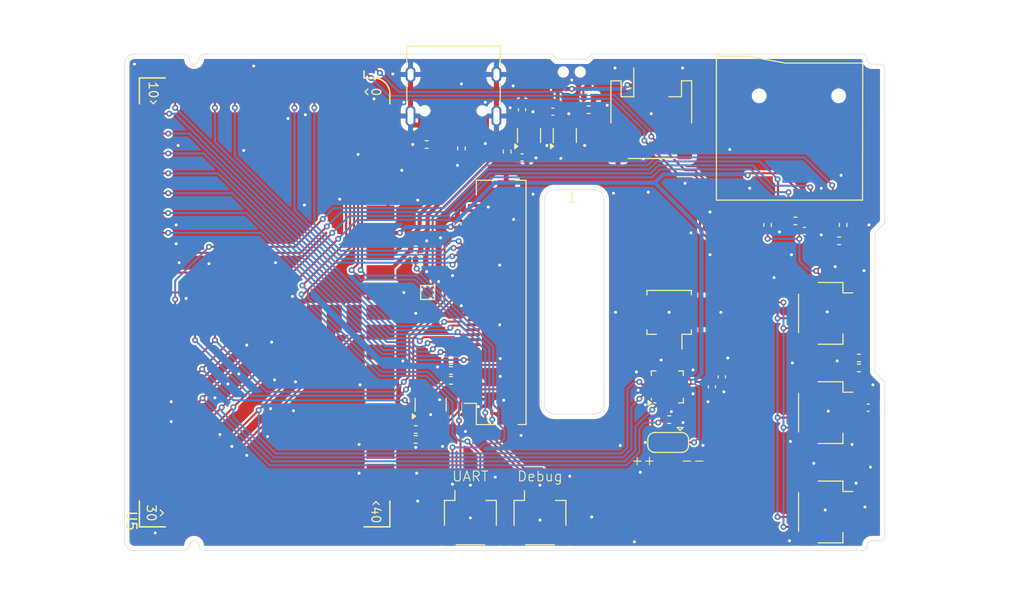
<source format=kicad_pcb>
(kicad_pcb (version 20241229) (generator "pcbnew") (generator_version "9.0")
  (layers (0 "F.Cu" signal) (2 "B.Cu" signal) (13 "F.Paste" user) (15 "B.Paste" user) (5 "F.SilkS" user "F.Silkscreen") (7 "B.SilkS" user "B.Silkscreen") (1 "F.Mask" user) (3 "B.Mask" user) (25 "Edge.Cuts" user))
  (net 0 "")
  (net 6 "/LCD_WR")
  (net 7 "/LCD_D2")
  (net 8 "/LCD_D7")
  (net 9 "GND")
  (net 10 "/LCD_D0")
  (net 11 "/LCD_RD")
  (net 12 "/LCD_D6")
  (net 13 "/LCD_CS")
  (net 14 "/LCD_D5")
  (net 15 "/LCD_DC")
  (net 16 "/LCD_RES")
  (net 17 "/LCD_D4")
  (net 18 "/LCD_D3")
  (net 19 "/TE")
  (net 20 "Net-(J1-Pin_7)")
  (net 21 "/LCD_D1")
  (net 22 "Net-(J1-Pin_5)")
  (net 23 "Net-(J1-Pin_6)")
  (net 24 "/SD_MISO")
  (net 25 "Net-(J2-DAT2)")
  (net 26 "/SD_MOSI")
  (net 27 "/SD_SCLK")
  (net 28 "Net-(J2-DAT1)")
  (net 30 "/SD_CS")
  (net 31 "Net-(Q1-B)")
  (net 32 "Net-(Q1-C)")
  (net 33 "/BACKLIGHT")
  (net 34 "/SDA")
  (net 35 "/SCL")
  (net 37 "/SWD")
  (net 38 "/SWCLK")
  (net 39 "/TX")
  (net 40 "+3.3V")
  (net 42 "Net-(U3-C)")
  (net 43 "Net-(C3-Pad1)")
  (net 44 "/POWER_EN")
  (net 45 "Net-(U3-~{Q})")
  (net 47 "/RX")
  (net 50 "/L_OUT-")
  (net 51 "/L_OUT+")
  (net 52 "VBUS")
  (net 53 "+BATT")
  (net 54 "/USB_D+")
  (net 55 "/USB_D-")
  (net 58 "Net-(J9-CC1)")
  (net 59 "Net-(J9-CC2)")
  (net 70 "unconnected-(U5A-GPIO24-Pad25)")
  (net 72 "unconnected-(U5A-GPIO29-Pad30)")
  (net 80 "Net-(JP1-C)")
  (net 81 "Net-(U1-~{SD_MODE})")
  (net 82 "/~{MUTE}")
  (net 86 "/DIN")
  (net 88 "/LRCLK")
  (net 89 "/BCLK")
  (net 90 "/BOOTSEL")
  (net 93 "/BATT_DIV")
  (footprint "Capacitor_SMD:C_0402_1005Metric" (layer "F.Cu") (at 153.6 132.5 90)
    (property "Reference" "C6" (hide yes))
    (property "Value" "10uF")
  )
  (footprint "Capacitor_SMD:C_0402_1005Metric" (layer "F.Cu") (at 136.6 105.8 180)
    (property "Reference" "C2" (hide yes))
    (property "Value" "100nF")
  )
  (footprint "Package_TO_SOT_SMD:SOT-353_SC-70-5" (layer "F.Cu") (at 134.2 108.2 90)
    (property "Reference" "U3" (hide yes))
    (property "Value" "74LVC1G80")
  )
  (footprint "Resistor_SMD:R_0402_1005Metric" (layer "F.Cu") (at 167.39 131.6)
    (property "Reference" "R15" (hide yes))
    (property "Value" "10k" (hide yes))
  )
  (footprint "Resistor_SMD:R_0402_1005Metric" (layer "F.Cu") (at 123.9 109.1 180)
    (property "Reference" "R12" (hide yes))
    (property "Value" "5.1k")
  )
  (footprint "Resistor_SMD:R_0402_1005Metric" (layer "F.Cu") (at 158.2 117.2 -90)
    (property "Reference" "R6" (hide yes))
    (property "Value" "10k")
  )
  (footprint "Resistor_SMD:R_0402_1005Metric" (layer "F.Cu") (at 122.8 119.7 180)
    (property "Reference" "R17" (hide yes))
    (property "Value" "100k")
  )
  (footprint "Resistor_SMD:R_0402_1005Metric" (layer "F.Cu") (at 165.4 118.8)
    (property "Reference" "R8" (hide yes))
    (property "Value" "10k")
  )
  (footprint "Connector_Molex:Molex_PicoBlade_53261-0271_1x02-1MP_P1.25mm_Horizontal" (layer "F.Cu") (at 148.3 126.5 180)
    (property "Reference" "J8" (hide yes))
    (property "Value" "1X02PICOBLADE")
  )
  (footprint "Package_DFN_QFN:TQFN-16-1EP_3x3mm_P0.5mm_EP1.23x1.23mm" (layer "F.Cu") (at 148.11 133.51 90)
    (property "Reference" "U1" (hide yes))
    (property "Value" "MAX98357A")
  )
  (footprint "Capacitor_SMD:C_0402_1005Metric" (layer "F.Cu") (at 140.2 104.4)
    (property "Reference" "C3" (hide yes))
    (property "Value" "1uF")
  )
  (footprint "Connector_JST:JST_SH_SM04B-SRSS-TB_1x04-1MP_P1.00mm_Horizontal" (layer "F.Cu") (at 164 126.1 -90)
    (property "Reference" "J5" (hide yes))
    (property "Value" "Conn_01x04_MountingPin")
  )
  (footprint "Capacitor_SMD:C_0402_1005Metric" (layer "F.Cu") (at 168.32 135.6)
    (property "Reference" "C9" (hide yes))
    (property "Value" "1uF")
  )
  (footprint "Connector_USB:USB_C_Receptacle_HRO_TYPE-C-31-M-12" (layer "F.Cu") (at 126.6 103.1 180)
    (property "Reference" "J9" (hide yes))
    (property "Value" "USB_C")
  )
  (footprint "Capacitor_SMD:C_0402_1005Metric" (layer "F.Cu") (at 152.6 133.5 -90)
    (property "Reference" "C5" (hide yes))
    (property "Value" "100nF")
  )
  (footprint "Resistor_SMD:R_0402_1005Metric" (layer "F.Cu") (at 126.35 130.85)
    (property "Reference" "R3" (hide yes))
    (property "Value" "2")
  )
  (footprint "Package_TO_SOT_SMD:SOT-353_SC-70-5" (layer "F.Cu") (at 137.8 108.2 90)
    (property "Reference" "U2" (hide yes))
    (property "Value" "74LVC1G17")
  )
  (footprint "Resistor_SMD:R_0402_1005Metric" (layer "F.Cu") (at 167.39 130.6)
    (property "Reference" "R16" (hide yes))
    (property "Value" "10k")
  )
  (footprint "Resistor_SMD:R_0402_1005Metric" (layer "F.Cu") (at 140.2 105.6 180)
    (property "Reference" "R10" (hide yes))
    (property "Value" "10k")
  )
  (footprint "Resistor_SMD:R_0402_1005Metric" (layer "F.Cu") (at 127.4 109.5 -90)
    (property "Reference" "R13" (hide yes))
    (property "Value" "5.1k")
  )
  (footprint "Resistor_SMD:R_0402_1005Metric" (layer "F.Cu") (at 126.35 131.85)
    (property "Reference" "R2" (hide yes))
    (property "Value" "2")
  )
  (footprint "Resistor_SMD:R_0402_1005Metric" (layer "F.Cu") (at 148.3 136.8)
    (property "Reference" "R14" (hide yes))
    (property "Value" "620k")
  )
  (footprint "Capacitor_SMD:C_0402_1005Metric" (layer "F.Cu") (at 133.5 110.4)
    (property "Reference" "C4" (hide yes))
    (property "Value" "1uF")
  )
  (footprint "Resistor_SMD:R_0402_1005Metric" (layer "F.Cu") (at 123.3 120.7 180)
    (property "Reference" "R18" (hide yes))
    (property "Value" "100k")
  )
  (footprint "Jumper:SolderJumper-3_P1.3mm_Bridged12_RoundedPad1.0x1.5mm" (layer "F.Cu") (at 148.2 139.1 180)
    (property "Reference" "JP1" (hide yes))
    (property "Value" "Gain Jumper")
  )
  (footprint "Connector_JST:JST_SH_SM04B-SRSS-TB_1x04-1MP_P1.00mm_Horizontal" (layer "F.Cu") (at 164 136.1 -90)
    (property "Reference" "J4" (hide yes))
    (property "Value" "Conn_01x04_MountingPin")
  )
  (footprint "Daft_Misc:microSD_HC_Push" (layer "F.Cu") (at 160.4 108 180)
    (property "Reference" "J2" (hide yes))
    (property "Value" "Micro_SD_Card_Det1")
  )
  (footprint "Resistor_SMD:R_0402_1005Metric" (layer "F.Cu") (at 122.8 138.8)
    (property "Reference" "R5" (hide yes))
    (property "Value" "10k")
  )
  (footprint "Resistor_SMD:R_0402_1005Metric" (layer "F.Cu") (at 161 116.8)
    (property "Reference" "R7" (hide yes))
    (property "Value" "10k")
  )
  (footprint "Resistor_SMD:R_0402_1005Metric" (layer "F.Cu") (at 122.8 137.8)
    (property "Reference" "R4" (hide yes))
    (property "Value" "1k")
  )
  (footprint "Connector_JST:JST_SH_SM03B-SRSS-TB_1x03-1MP_P1.00mm_Horizontal" (layer "F.Cu") (at 135.3 146.725)
    (property "Reference" "J6" (hide yes))
    (property "Value" "Conn_01x03_MountingPin")
  )
  (footprint "Connector_JST:JST_SH_SM04B-SRSS-TB_1x04-1MP_P1.00mm_Horizontal" (layer "F.Cu") (at 164 146.1 -90)
    (property "Reference" "J3" (hide yes))
    (property "Value" "Conn_01x04_MountingPin")
  )
  (footprint "Package_TO_SOT_SMD:SOT-23" (layer "F.Cu") (at 124.3 135.3 90)
    (property "Reference" "Q1" (hide yes))
    (property "Value" "MMBT2222A")
  )
  (footprint "Connector_JST:JST_PH_S2B-PH-SM4-TB_1x02-1MP_P2.00mm_Horizontal" (layer "F.Cu") (at 146.5 106)
    (property "Reference" "J10" (hide yes))
    (property "Value" "JST_PH_S2B-PH-SM4")
  )
  (footprint "Capacitor_SMD:C_0402_1005Metric" (layer "F.Cu") (at 161.9 117.8)
    (property "Reference" "C8" (hide yes))
    (property "Value" "10uF")
  )
  (footprint "Capacitor_SMD:C_0402_1005Metric" (layer "F.Cu") (at 127 117.1 90)
    (property "Reference" "C7" (hide yes))
    (property "Value" "10uF")
  )
  (footprint "Capacitor_SMD:C_0402_1005Metric" (layer "F.Cu") (at 133.5 105.6 90)
    (property "Reference" "C1" (hide yes))
    (property "Value" "100nF")
  )
  (footprint "Resistor_SMD:R_0402_1005Metric" (layer "F.Cu") (at 126.35 132.85)
    (property "Reference" "R1" (hide yes))
    (property "Value" "2")
  )
  (footprint "Connector_JST:JST_SH_SM03B-SRSS-TB_1x03-1MP_P1.00mm_Horizontal" (layer "F.Cu") (at 128.3 146.725)
    (property "Reference" "J7" (hide yes))
    (property "Value" "Conn_01x03_MountingPin")
  )
  (footprint "Resistor_SMD:R_0402_1005Metric" (layer "F.Cu") (at 132 109.81 -90)
    (property "Reference" "R11" (hide yes))
    (property "Value" "10k")
  )
  (footprint "RP2xxx_Stamp:RP2xxx_Stamp_Combo_SMD" (layer "F.Cu") (at 107.6 125 -90)
    (property "Reference" "U5")
    (property "Value" "RP2350_Stamp_XL")
  )
  (footprint "TestPoint:TestPoint_Pad_1.0x1.0mm" (layer "F.Cu") (at 124 124)
    (property "Reference" "TP1" (hide yes))
    (property "Value" "TestPoint")
  )
  (footprint "Daft_Misc:XUNPU_FPC-05FB-40PH20_1x40-1MP_P0.50mm_Horizontal" (layer "F.Cu") (at 130.5 125 90)
    (property "Reference" "J1" (hide yes))
    (property "Value" "Conn_01x40_MountingPin")
  )
  (footprint "Resistor_SMD:R_0402_1005Metric" (layer "F.Cu") (at 165.8 117.2 -90)
    (property "Reference" "R9" (hide yes))
    (property "Value" "10k")
  )
  (footprint "Daft_Misc:SW_Push_TSA002" (layer "F.Cu") (at 138.5 101.8)
    (property "Reference" "SW1" (hide yes))
    (property "Value" "SW_Push")
  )
  (gr_line (start 136.5 100) (end 137 100.5) (stroke (width 0.05)) (layer "Edge.Cuts"))
  (gr_line (start 137 100.5) (end 140 100.5) (stroke (width 0.05)) (layer "Edge.Cuts"))
  (gr_line (start 135.75 135.25) (end 135.75 114.65) (stroke (width 0.05)) (layer "Edge.Cuts"))
  (gr_arc (start 101 100.5) (mid 101.146447 100.146447) (end 101.5 100) (stroke (width 0.05)) (layer "Edge.Cuts"))
  (gr_line (start 169 132) (end 169 118) (stroke (width 0.05)) (layer "Edge.Cuts"))
  (gr_line (start 169 118) (end 170 117) (stroke (width 0.05)) (layer "Edge.Cuts"))
  (gr_arc (start 167.7 100) (mid 168.053553 100.146447) (end 168.2 100.5) (stroke (width 0.05)) (layer "Edge.Cuts"))
  (gr_arc (start 169.5 101) (mid 169.853553 101.146447) (end 170 101.5) (stroke (width 0.05)) (layer "Edge.Cuts"))
  (gr_arc (start 136.75 136.25) (mid 136.042893 135.957107) (end 135.75 135.25) (stroke (width 0.05)) (layer "Edge.Cuts"))
  (gr_arc (start 168.2 149.5) (mid 168.346447 149.146447) (end 168.7 149) (stroke (width 0.05)) (layer "Edge.Cuts"))
  (gr_line (start 99.5 150) (end 94.5 150) (stroke (width 0.05)) (layer "Edge.Cuts"))
  (gr_line (start 101.5 100) (end 136.5 100) (stroke (width 0.05)) (layer "Edge.Cuts"))
  (gr_line (start 140.75 136.25) (end 136.75 136.25) (stroke (width 0.05)) (layer "Edge.Cuts"))
  (gr_line (start 93.5 101) (end 93.5 149) (stroke (width 0.05)) (layer "Edge.Cuts"))
  (gr_arc (start 93.5 101) (mid 93.792893 100.292893) (end 94.5 100) (stroke (width 0.05)) (layer "Edge.Cuts"))
  (gr_line (start 141.75 114.65) (end 141.75 135.25) (stroke (width 0.05)) (layer "Edge.Cuts"))
  (gr_arc (start 100 149.5) (mid 100.5 149) (end 101 149.5) (stroke (width 0.05)) (layer "Edge.Cuts"))
  (gr_line (start 136.75 113.65) (end 140.75 113.65) (stroke (width 0.05)) (layer "Edge.Cuts"))
  (gr_arc (start 170 148.5) (mid 169.853553 148.853553) (end 169.5 149) (stroke (width 0.05)) (layer "Edge.Cuts"))
  (gr_arc (start 168.2 149.5) (mid 168.053553 149.853553) (end 167.7 150) (stroke (width 0.05)) (layer "Edge.Cuts"))
  (gr_line (start 140 100.5) (end 140.5 100) (stroke (width 0.05)) (layer "Edge.Cuts"))
  (gr_arc (start 140.75 113.65) (mid 141.457107 113.942893) (end 141.75 114.65) (stroke (width 0.05)) (layer "Edge.Cuts"))
  (gr_arc (start 94.5 150) (mid 93.792893 149.707107) (end 93.5 149) (stroke (width 0.05)) (layer "Edge.Cuts"))
  (gr_line (start 168.7 149) (end 169.5 149) (stroke (width 0.05)) (layer "Edge.Cuts"))
  (gr_line (start 99.5 100) (end 94.5 100) (stroke (width 0.05)) (layer "Edge.Cuts"))
  (gr_arc (start 100 149.5) (mid 99.853553 149.853553) (end 99.5 150) (stroke (width 0.05)) (layer "Edge.Cuts"))
  (gr_arc (start 141.75 135.25) (mid 141.457107 135.957107) (end 140.75 136.25) (stroke (width 0.05)) (layer "Edge.Cuts"))
  (gr_arc (start 168.7 101) (mid 168.346447 100.853553) (end 168.2 100.5) (stroke (width 0.05)) (layer "Edge.Cuts"))
  (gr_arc (start 101 100.5) (mid 100.5 101) (end 100 100.5) (stroke (width 0.05)) (layer "Edge.Cuts"))
  (gr_line (start 167.7 150) (end 101.5 150) (stroke (width 0.05)) (layer "Edge.Cuts"))
  (gr_line (start 170 117) (end 170 101.5) (stroke (width 0.05)) (layer "Edge.Cuts"))
  (gr_arc (start 101.5 150) (mid 101.146447 149.853553) (end 101 149.5) (stroke (width 0.05)) (layer "Edge.Cuts"))
  (gr_line (start 170 148.5) (end 170 133) (stroke (width 0.05)) (layer "Edge.Cuts"))
  (gr_line (start 170 133) (end 169 132) (stroke (width 0.05)) (layer "Edge.Cuts"))
  (gr_arc (start 135.75 114.65) (mid 136.042893 113.942893) (end 136.75 113.65) (stroke (width 0.05)) (layer "Edge.Cuts"))
  (gr_arc (start 99.5 100) (mid 99.853553 100.146447) (end 100 100.5) (stroke (width 0.05)) (layer "Edge.Cuts"))
  (gr_line (start 168.7 101) (end 169.5 101) (stroke (width 0.05)) (layer "Edge.Cuts"))
  (gr_line (start 140.5 100) (end 167.7 100) (stroke (width 0.05)) (layer "Edge.Cuts"))
  (gr_text "1" (at 138 115.05 0) (layer "F.SilkS") (effects (font (size 1 1) (thickness 0.1)) (justify left bottom)))
  (gr_text "++" (at 147 140.9 0) (layer "F.SilkS") (effects (font (size 1 1) (thickness 0.1)) (justify right)))
  (gr_text "--" (at 149.4 140.9 0) (layer "F.SilkS") (effects (font (size 1 1) (thickness 0.1)) (justify left)))
  (gr_text "UART" (at 128.3 143.1 0) (layer "F.SilkS") (effects (font (size 1 1) (thickness 0.1)) (justify bottom)))
  (gr_text "Debug" (at 135.3 143.1 0) (layer "F.SilkS") (effects (font (size 1 1) (thickness 0.1)) (justify bottom)))
  (segment (start 104.6 105.4) (end 104.6 103.35) (width 0.2) (layer "F.Cu") (net 6))
  (segment (start 128.65 120.25) (end 126.58068 120.25) (width 0.2) (layer "F.Cu") (net 6))
  (segment (start 126.58068 120.25) (end 126.473762 120.356918) (width 0.2) (layer "F.Cu") (net 6))
  (via (at 126.473762 120.356918) (size 0.6) (drill 0.3) (layers "F.Cu" "B.Cu") (net 6))
  (via (at 104.6 105.4) (size 0.6) (drill 0.3) (layers "F.Cu" "B.Cu") (net 6))
  (segment (start 126.143082 120.356918) (end 126.473762 120.356918) (width 0.2) (layer "B.Cu") (net 6))
  (segment (start 104.6 110.268628) (end 114.931372 120.6) (width 0.2) (layer "B.Cu") (net 6))
  (segment (start 114.931372 120.6) (end 125.9 120.6) (width 0.2) (layer "B.Cu") (net 6))
  (segment (start 104.6 105.4) (end 104.6 110.268628) (width 0.2) (layer "B.Cu") (net 6))
  (segment (start 125.9 120.6) (end 126.143082 120.356918) (width 0.2) (layer "B.Cu") (net 6))
  (segment (start 127.298931 128.25) (end 127.028931 127.98) (width 0.2) (layer "F.Cu") (net 7))
  (segment (start 128.65 128.25) (end 127.298931 128.25) (width 0.2) (layer "F.Cu") (net 7))
  (segment (start 97.9 108) (end 95.95 108) (width 0.2) (layer "F.Cu") (net 7))
  (via (at 97.9 108) (size 0.6) (drill 0.3) (layers "F.Cu" "B.Cu") (net 7))
  (via (at 127.028931 127.98) (size 0.6) (drill 0.3) (layers "F.Cu" "B.Cu") (net 7))
  (segment (start 126.808931 128.2) (end 120.231372 128.2) (width 0.2) (layer "B.Cu") (net 7))
  (segment (start 120.231372 128.2) (end 100.031372 108) (width 0.2) (layer "B.Cu") (net 7))
  (segment (start 100.031372 108) (end 97.9 108) (width 0.2) (layer "B.Cu") (net 7))
  (segment (start 127.028931 127.98) (end 126.808931 128.2) (width 0.2) (layer "B.Cu") (net 7))
  (segment (start 127.682153 130.75) (end 127.629999 130.802154) (width 0.2) (layer "F.Cu") (net 8))
  (segment (start 95.95 118) (end 97.9 118) (width 0.2) (layer "F.Cu") (net 8))
  (segment (start 128.65 130.75) (end 127.682153 130.75) (width 0.2) (layer "F.Cu") (net 8))
  (via (at 97.9 118) (size 0.6) (drill 0.3) (layers "F.Cu" "B.Cu") (net 8))
  (via (at 127.629999 130.802154) (size 0.6) (drill 0.3) (layers "F.Cu" "B.Cu") (net 8))
  (segment (start 127.629999 130.802154) (end 122.485859 130.802154) (width 0.2) (layer "B.Cu") (net 8))
  (segment (start 121.883705 130.2) (end 119.4 130.2) (width 0.2) (layer "B.Cu") (net 8))
  (segment (start 122.485859 130.802154) (end 121.883705 130.2) (width 0.2) (layer "B.Cu") (net 8))
  (segment (start 107.2 118) (end 97.9 118) (width 0.2) (layer "B.Cu") (net 8))
  (segment (start 119.4 130.2) (end 107.2 118) (width 0.2) (layer "B.Cu") (net 8))
  (segment (start 127.22 116.62) (end 127.85 117.25) (width 0.3) (layer "F.Cu") (net 9))
  (segment (start 127.85 117.25) (end 128.65 117.25) (width 0.3) (layer "F.Cu") (net 9))
  (segment (start 127.22 116.62) (end 127 116.62) (width 0.3) (layer "F.Cu") (net 9))
  (via (at 96.6 148.2) (size 0.6) (drill 0.3) (layers "F.Cu" "B.Cu") (net 9))
  (via (at 148.51 136) (size 0.6) (drill 0.3) (layers "F.Cu" "B.Cu") (net 9))
  (via (at 164.2 125.95) (size 0.6) (drill 0.3) (layers "F.Cu" "B.Cu") (net 9))
  (via (at 126.5 143.3) (size 0.6) (drill 0.3) (layers "F.Cu" "B.Cu") (net 9))
  (via (at 168.55 141.589071) (size 0.6) (drill 0.3) (layers "F.Cu" "B.Cu") (net 9))
  (via (at 145.688721 110.55) (size 0.6) (drill 0.3) (layers "F.Cu" "B.Cu") (net 9))
  (via (at 165 121.4) (size 0.6) (drill 0.3) (layers "F.Cu" "B.Cu") (net 9))
  (via (at 133.4 138.4) (size 0.6) (drill 0.3) (layers "F.Cu" "B.Cu") (net 9))
  (via (at 98.7 119.1) (size 0.6) (drill 0.3) (layers "F.Cu" "B.Cu") (net 9))
  (via (at 130.8 142.6) (size 0.6) (drill 0.3) (layers "F.Cu" "B.Cu") (net 9))
  (via (at 152.4 115.9) (size 0.6) (drill 0.3) (layers "F.Cu" "B.Cu") (net 9))
  (via (at 122.9 142.2) (size 0.6) (drill 0.3) (layers "F.Cu" "B.Cu") (net 9))
  (via (at 98.2 137) (size 0.6) (drill 0.3) (layers "F.Cu" "B.Cu") (net 9))
  (via (at 127 111.2) (size 0.6) (drill 0.3) (layers "F.Cu" "B.Cu") (net 9))
  (via (at 142.85 101.4) (size 0.6) (drill 0.3) (layers "F.Cu" "B.Cu") (net 9))
  (via (at 163.6 113.5) (size 0.6) (drill 0.3) (layers "F.Cu" "B.Cu") (net 9))
  (via (at 107.9 138.5) (size 0.6) (drill 0.3) (layers "F.Cu" "B.Cu") (net 9))
  (via (at 108.6 132.8) (size 0.6) (drill 0.3) (layers "F.Cu" "B.Cu") (net 9))
  (via (at 123 114.7) (size 0.6) (drill 0.3) (layers "F.Cu" "B.Cu") (net 9))
  (via (at 98.7 117.2) (size 0.6) (drill 0.3) (layers "F.Cu" "B.Cu") (net 9))
  (via (at 150.5 118) (size 0.6) (drill 0.3) (layers "F.Cu" "B.Cu") (net 9))
  (via (at 132.65 116.65) (size 0.6) (drill 0.3) (layers "F.Cu" "B.Cu") (net 9))
  (via (at 142.9 126) (size 0.6) (drill 0.3) (layers "F.Cu" "B.Cu") (net 9))
  (via (at 127.4 103) (size 0.6) (drill 0.3) (layers "F.Cu" "B.Cu") (net 9))
  (via (at 117.1 142.2) (size 0.6) (drill 0.3) (layers "F.Cu" "B.Cu") (net 9))
  (via (at 131.25 127.25) (size 0.6) (drill 0.3) (layers "F.Cu" "B.Cu") (net 9))
  (via (at 128.3 146.7) (size 0.6) (drill 0.3) (layers "F.Cu" "B.Cu") (net 9))
  (via (at 99 121) (size 0.6) (drill 0.3) (layers "F.Cu" "B.Cu") (net 9))
  (via (at 134.9 110.45) (size 0.6) (drill 0.3) (layers "F.Cu" "B.Cu") (net 9))
  (via (at 105.8 140.4) (size 0.6) (drill 0.3) (layers "F.Cu" "B.Cu") (net 9))
  (via (at 137.4 110.5) (size 0.6) (drill 0.3) (layers "F.Cu" "B.Cu") (net 9))
  (via (at 138.5 102.6) (size 0.6) (drill 0.3) (layers "F.Cu" "B.Cu") (net 9))
  (via (at 118.6 104.5) (size 0.6) (drill 0.3) (layers "F.Cu" "B.Cu") (net 9))
  (via (at 122.8 126.1) (size 0.6) (drill 0.3) (layers "F.Cu" "B.Cu") (net 9))
  (via (at 143.373816 139.406944) (size 0.6) (drill 0.3) (layers "F.Cu" "B.Cu") (net 9))
  (via (at 159.4 117.9) (size 0.6) (drill 0.3) (layers "F.Cu" "B.Cu") (net 9))
  (via (at 130.1 115.4) (size 0.6) (drill 0.3) (layers "F.Cu" "B.Cu") (net 9))
  (via (at 140.5 146.6) (size 0.6) (drill 0.3) (layers "F.Cu" "B.Cu") (net 9))
  (via (at 94.5 101) (size 0.6) (drill 0.3) (layers "F.Cu" "B.Cu") (net 9))
  (via (at 168.4 117.2) (size 0.6) (drill 0.3) (layers "F.Cu" "B.Cu") (net 9))
  (via (at 102 121.1) (size 0.6) (drill 0.3) (layers "F.Cu" "B.Cu") (net 9))
  (via (at 111.6 115.2) (size 0.6) (drill 0.3) (layers "F.Cu" "B.Cu") (net 9))
  (via (at 106.5 101.2) (size 0.6) (drill 0.3) (layers "F.Cu" "B.Cu") (net 9))
  (via (at 164 145.9) (size 0.6) (drill 0.3) (layers "F.Cu" "B.Cu") (net 9))
  (via (at 98.2 135) (size 0.6) (drill 0.3) (layers "F.Cu" "B.Cu") (net 9))
  (via (at 142.05962 105.15) (size 0.6) (drill 0.3) (layers "F.Cu" "B.Cu") (net 9))
  (via (at 150.7 134.2) (size 0.6) (drill 0.3) (layers "F.Cu" "B.Cu") (net 9))
  (via (at 129.1 135.5) (size 0.6) (drill 0.3) (layers "F.Cu" "B.Cu") (net 9))
  (via (at 131.3 132.45) (size 0.6) (drill 0.3) (layers "F.Cu" "B.Cu") (net 9))
  (via (at 108.7 121) (size 0.6) (drill 0.3) (layers "F.Cu" "B.Cu") (net 9))
  (via (at 125.1 122.9) (size 0.6) (drill 0.3) (layers "F.Cu" "B.Cu") (net 9))
  (via (at 148.3 126) (size 0.6) (drill 0.3) (layers "F.Cu" "B.Cu") (net 9))
  (via (at 167.1 143.2) (size 0.6) (drill 0.3) (layers "F.Cu" "B.Cu") (net 9))
  (via (at 108.2 135.7) (size 0.6) (drill 0.3) (layers "F.Cu" "B.Cu") (net 9))
  (via (at 168.8 133.3) (size 0.6) (drill 0.3) (layers "F.Cu" "B.Cu") (net 9))
  (via (at 156.4 113.5) (size 0.6) (drill 0.3) (layers "F.Cu" "B.Cu") (net 9))
  (via (at 121.4 111.7) (size 0.6) (drill 0.3) (layers "F.Cu" "B.Cu") (net 9))
  (via (at 110.5 135.9) (size 0.6) (drill 0.3) (layers "F.Cu" "B.Cu") (net 9))
  (via (at 146.2 113.9) (size 0.6) (drill 0.3) (layers "F.Cu" "B.Cu") (net 9))
  (via (at 121.6 104.85) (size 0.6) (drill 0.3) (layers "F.Cu" "B.Cu") (net 9))
  (via (at 145 132) (size 0.6) (drill 0.3) (layers "F.Cu" "B.Cu") (net 9))
  (via (at 125.2 134.8) (size 0.6) (drill 0.3) (layers "F.Cu" "B.Cu") (net 9))
  (via (at 134.6 105.8) (size 0.6) (drill 0.3) (layers "F.Cu" "B.Cu") (net 9))
  (via (at 152.2 135) (size 0.6) (drill 0.3) (layers "F.Cu" "B.Cu") (net 9))
  (via (at 123 145) (size 0.6) (drill 0.3) (layers "F.Cu" "B.Cu") (net 9))
  (via (at 121.5 130.9) (size 0.6) (drill 0.3) (layers "F.Cu" "B.Cu") (net 9))
  (via (at 131.65 134.85) (size 0.6) (drill 0.3) (layers "F.Cu" "B.Cu") (net 9))
  (via (at 149.65 101.4) (size 0.6) (drill 0.3) (layers "F.Cu" "B.Cu") (net 9))
  (via (at 132.6 103.2) (size 0.6) (drill 0.3) (layers "F.Cu" "B.Cu") (net 9))
  (via (at 129.8 109) (size 0.6) (drill 0.3) (layers "F.Cu" "B.Cu") (net 9))
  (via (at 160.6 120.2) (size 0.6) (drill 0.3) (layers "F.Cu" "B.Cu") (net 9))
  (via (at 160.4 149) (size 0.6) (drill 0.3) (layers "F.Cu" "B.Cu") (net 9))
  (via (at 128.3 143.4) (size 0.6) (drill 0.3) (layers "F.Cu" "B.Cu") (net 9))
  (via (at 105 132.2) (size 0.6) (drill 0.3) (layers "F.Cu" "B.Cu") (net 9))
  (via (at 167.9 121.8) (size 0.6) (drill 0.3) (layers "F.Cu" "B.Cu") (net 9))
  (via (at 135.3 146.925) (size 0.6) (drill 0.3) (layers "F.Cu" "B.Cu") (net 9))
  (via (at 131.3 130.65) (size 0.6) (drill 0.3) (layers "F.Cu" "B.Cu") (net 9))
  (via (at 98.9 109.2) (size 0.6) (drill 0.3) (layers "F.Cu" "B.Cu") (net 9))
  (via (at 132.3 105.4) (size 0.6) (drill 0.3) (layers "F.Cu" "B.Cu") (net 9))
  (via (at 117 110.1) (size 0.6) (drill 0.3) (layers "F.Cu" "B.Cu") (net 9))
  (via (at 109.95 106.483406) (size 0.6) (drill 0.3) (layers "F.Cu" "B.Cu") (net 9))
  (via (at 129.8 104.85) (size 0.6) (drill 0.3) (layers "F.Cu" "B.Cu") (net 9))
  (via (at 134.6 114.1) (size 0.6) (drill 0.3) (layers "F.Cu" "B.Cu") (net 9))
  (via (at 160.7 131.1) (size 0.6) (drill 0.3) (layers "F.Cu" "B.Cu") (net 9))
  (via (at 153.8 134) (size 0.6) (drill 0.3) (layers "F.Cu" "B.Cu") (net 9))
  (via (at 117.2 133.3) (size 0.6) (drill 0.3) (layers "F.Cu" "B.Cu") (net 9))
  (via (at 108.3 129) (size 0.6) (drill 0.3) (layers "F.Cu" "B.Cu") (net 9))
  (via (at 145.9 139.1) (size 0.6) (drill 0.3) (layers "F.Cu" "B.Cu") (net 9))
  (via (at 142.7 114) (size 0.6) (drill 0.3) (layers "F.Cu" "B.Cu") (net 9))
  (via (at 152.4 120.2) (size 0.6) (drill 0.3) (layers "F.Cu" "B.Cu") (net 9))
  (via (at 144.8 149.1) (size 0.6) (drill 0.3) (layers "F.Cu" "B.Cu") (net 9))
  (via (at 149.9 113) (size 0.6) (drill 0.3) (layers "F.Cu" "B.Cu") (net 9))
  (via (at 136 109.2) (size 0.6) (drill 0.3) (layers "F.Cu" "B.Cu") (net 9))
  (via (at 105.8 129.3) (size 0.6) (drill 0.3) (layers "F.Cu" "B.Cu") (net 9))
  (via (at 99.7 124.6) (size 0.6) (drill 0.3) (layers "F.Cu" "B.Cu") (net 9))
  (via (at 102.6 134.6) (size 0.6) (drill 0.3) (layers "F.Cu" "B.Cu") (net 9))
  (via (at 158.85 122.5) (size 0.6) (drill 0.3) (layers "F.Cu" "B.Cu") (net 9))
  (via (at 162.85 141.2) (size 0.6) (drill 0.3) (layers "F.Cu" "B.Cu") (net 9))
  (via (at 168 145.6) (size 0.6) (drill 0.3) (layers "F.Cu" "B.Cu") (net 9))
  (via (at 138.2 106) (size 0.6) (drill 0.3) (layers "F.Cu" "B.Cu") (net 9))
  (via (at 115.15 114.6) (size 0.6) (drill 0.3) (layers "F.Cu" "B.Cu") (net 9))
  (via (at 104.3 139.5) (size 0.6) (drill 0.3) (layers "F.Cu" "B.Cu") (net 9))
  (via (at 125.5 139.5) (size 0.6) (drill 0.3) (layers "F.Cu" "B.Cu") (net 9))
  (via (at 120.5 102) (size 0.6) (drill 0.3) (layers "F.Cu" "B.Cu") (net 9))
  (via (at 111.7 106.1) (size 0.6) (drill 0.3) (layers "F.Cu" "B.Cu") (net 9))
  (via (at 124.3 136.3) (size 0.6) (drill 0.3) (layers "F.Cu" "B.Cu") (net 9))
  (via (at 117.1 139.3) (size 0.6) (drill 0.3) (layers "F.Cu" "B.Cu") (net 9))
  (via (at 103.1 138.3) (size 0.6) (drill 0.3) (layers "F.Cu" "B.Cu") (net 9))
  (via (at 126.5 122.3) (size 0.6) (drill 0.3) (layers "F.Cu" "B.Cu") (net 9))
  (via (at 147.5 130.8) (size 0.6) (drill 0.3) (layers "F.Cu" "B.Cu") (net 9))
  (via (at 127.8 138) (size 0.6) (drill 0.3) (layers "F.Cu" "B.Cu") (net 9))
  (via (at 125 131.5) (size 0.6) (drill 0.3) (layers "F.Cu" "B.Cu") (net 9))
  (via (at 105.5 109.7) (size 0.6) (drill 0.3) (layers "F.Cu" "B.Cu") (net 9))
  (via (at 123.9 118.8) (size 0.6) (drill 0.3) (layers "F.Cu" "B.Cu") (net 9))
  (via (at 165.6 112.2) (size 0.6) (drill 0.3) (layers "F.Cu" "B.Cu") (net 9))
  (via (at 166.7 139.3) (size 0.6) (drill 0.3) (layers "F.Cu" "B.Cu") (net 9))
  (via (at 151.7 139.4) (size 0.6) (drill 0.3) (layers "F.Cu" "B.Cu") (net 9))
  (via (at 110.4 124.4) (size 0.6) (drill 0.3) (layers "F.Cu" "B.Cu") (net 9))
  (via (at 121.6 124) (size 0.6) (drill 0.3) (layers "F.Cu" "B.Cu") (net 9))
  (via (at 138.3 142.5) (size 0.6) (drill 0.3) (layers "F.Cu" "B.Cu") (net 9))
  (via (at 110.7 133) (size 0.6) (drill 0.3) (layers "F.Cu" "B.Cu") (net 9))
  (via (at 163.6 118.2) (size 0.6) (drill 0.3) (layers "F.Cu" "B.Cu") (net 9))
  (via (at 145.179791 133.84146) (size 0.6) (drill 0.3) (layers "F.Cu" "B.Cu") (net 9))
  (via (at 165.2 130.9) (size 0.6) (drill 0.3) (layers "F.Cu" "B.Cu") (net 9))
  (via (at 139.8 109.2) (size 0.6) (drill 0.3) (layers "F.Cu" "B.Cu") (net 9))
  (via (at 135.3 143.4) (size 0.6) (drill 0.3) (layers "F.Cu" "B.Cu") (net 9))
  (via (at 122.5 109.1) (size 0.6) (drill 0.3) (layers "F.Cu" "B.Cu") (net 9))
  (via (at 154.4 109.6) (size 0.6) (drill 0.3) (layers "F.Cu" "B.Cu") (net 9))
  (via (at 146.5 106) (size 0.6) (drill 0.3) (layers "F.Cu" "B.Cu") (net 9))
  (via (at 122.8 139.6) (size 0.6) (drill 0.3) (layers "F.Cu" "B.Cu") (net 9))
  (via (at 154.2 130.6) (size 0.6) (drill 0.3) (layers "F.Cu" "B.Cu") (net 9))
  (via (at 145.9 135.3) (size 0.6) (drill 0.3) (layers "F.Cu" "B.Cu") (net 9))
  (via (at 131.25 121.25) (size 0.6) (drill 0.3) (layers "F.Cu" "B.Cu") (net 9))
  (via (at 125.3 118.5) (size 0.6) (drill 0.3) (layers "F.Cu" "B.Cu") (net 9))
  (via (at 123.9 121.9) (size 0.6) (drill 0.3) (layers "F.Cu" "B.Cu") (net 9))
  (via (at 127.387222 125.336611) (size 0.6) (drill 0.3) (layers "F.Cu" "B.Cu") (net 9))
  (via (at 164.3 135.95) (size 0.6) (drill 0.3) (layers "F.Cu" "B.Cu") (net 9))
  (via (at 145.4 142.1) (size 0.6) (drill 0.3) (layers "F.Cu" "B.Cu") (net 9))
  (via (at 153.5 126) (size 0.6) (drill 0.3) (layers "F.Cu" "B.Cu") (net 9))
  (via (at 149.7 137.1) (size 0.6) (drill 0.3) (layers "F.Cu" "B.Cu") (net 9))
  (via (at 150.7 131.8) (size 0.6) (drill 0.3) (layers "F.Cu" "B.Cu") (net 9))
  (via (at 103.9 133.2) (size 0.6) (drill 0.3) (layers "F.Cu" "B.Cu") (net 9))
  (via (at 160.5 139) (size 0.6) (drill 0.3) (layers "F.Cu" "B.Cu") (net 9))
  (segment (start 128.65 127.25) (end 127.783856 127.25) (width 0.2) (layer "F.Cu") (net 10))
  (segment (start 127.463856 126.93) (end 125.699054 126.93) (width 0.2) (layer "F.Cu") (net 10))
  (segment (start 98.6 103.35) (end 98.6 105.4) (width 0.2) (layer "F.Cu") (net 10))
  (segment (start 127.783856 127.25) (end 127.463856 126.93) (width 0.2) (layer "F.Cu") (net 10))
  (segment (start 125.699054 126.93) (end 125.672337 126.956717) (width 0.2) (layer "F.Cu") (net 10))
  (via (at 125.672337 126.956717) (size 0.6) (drill 0.3) (layers "F.Cu" "B.Cu") (net 10))
  (via (at 98.6 105.4) (size 0.6) (drill 0.3) (layers "F.Cu" "B.Cu") (net 10))
  (segment (start 120.6 127.4) (end 98.6 105.4) (width 0.2) (layer "B.Cu") (net 10))
  (segment (start 125.672337 126.956717) (end 125.229054 127.4) (width 0.2) (layer "B.Cu") (net 10))
  (segment (start 125.229054 127.4) (end 120.6 127.4) (width 0.2) (layer "B.Cu") (net 10))
  (segment (start 102.6 105.4) (end 102.6 103.35) (width 0.2) (layer "F.Cu") (net 11))
  (segment (start 126.964627 120.75) (end 126.508414 121.206213) (width 0.2) (layer "F.Cu") (net 11))
  (segment (start 128.65 120.75) (end 126.964627 120.75) (width 0.2) (layer "F.Cu") (net 11))
  (via (at 126.508414 121.206213) (size 0.6) (drill 0.3) (layers "F.Cu" "B.Cu") (net 11))
  (via (at 102.6 105.4) (size 0.6) (drill 0.3) (layers "F.Cu" "B.Cu") (net 11))
  (segment (start 102.6 108.834314) (end 114.765686 121) (width 0.2) (layer "B.Cu") (net 11))
  (segment (start 102.6 105.4) (end 102.6 108.834314) (width 0.2) (layer "B.Cu") (net 11))
  (segment (start 126.302201 121) (end 126.508414 121.206213) (width 0.2) (layer "B.Cu") (net 11))
  (segment (start 114.765686 121) (end 126.302201 121) (width 0.2) (layer "B.Cu") (net 11))
  (segment (start 128.65 130.25) (end 128.63 130.23) (width 0.2) (layer "F.Cu") (net 12))
  (segment (start 126.634315 130.2) (end 126.434315 130) (width 0.2) (layer "F.Cu") (net 12))
  (segment (start 128.63 130.23) (end 127.977084 130.23) (width 0.2) (layer "F.Cu") (net 12))
  (segment (start 127.947084 130.2) (end 126.634315 130.2) (width 0.2) (layer "F.Cu") (net 12))
  (segment (start 97.9 116) (end 95.95 116) (width 0.2) (layer "F.Cu") (net 12))
  (segment (start 127.977084 130.23) (end 127.947084 130.2) (width 0.2) (layer "F.Cu") (net 12))
  (segment (start 126.434315 130) (end 125.3 130) (width 0.2) (layer "F.Cu") (net 12))
  (via (at 125.3 130) (size 0.6) (drill 0.3) (layers "F.Cu" "B.Cu") (net 12))
  (via (at 97.9 116) (size 0.6) (drill 0.3) (layers "F.Cu" "B.Cu") (net 12))
  (segment (start 97.9 116) (end 105.765686 116) (width 0.2) (layer "B.Cu") (net 12))
  (segment (start 124.897846 130.402154) (end 125.3 130) (width 0.2) (layer "B.Cu") (net 12))
  (segment (start 122.049391 129.8) (end 122.651544 130.402154) (width 0.2) (layer "B.Cu") (net 12))
  (segment (start 119.565686 129.8) (end 122.049391 129.8) (width 0.2) (layer "B.Cu") (net 12))
  (segment (start 122.651544 130.402154) (end 124.897846 130.402154) (width 0.2) (layer "B.Cu") (net 12))
  (segment (start 105.765686 116) (end 119.565686 129.8) (width 0.2) (layer "B.Cu") (net 12))
  (segment (start 127.532593 119.25) (end 127.11327 118.830677) (width 0.2) (layer "F.Cu") (net 13))
  (segment (start 128.65 119.25) (end 127.532593 119.25) (width 0.2) (layer "F.Cu") (net 13))
  (segment (start 112.6 105.4) (end 112.6 103.35) (width 0.2) (layer "F.Cu") (net 13))
  (via (at 127.11327 118.830677) (size 0.6) (drill 0.3) (layers "F.Cu" "B.Cu") (net 13))
  (via (at 112.6 105.4) (size 0.6) (drill 0.3) (layers "F.Cu" "B.Cu") (net 13))
  (segment (start 127.082593 118.8) (end 127.11327 118.830677) (width 0.2) (layer "B.Cu") (net 13))
  (segment (start 112.6 105.4) (end 112.6 117.137256) (width 0.2) (layer "B.Cu") (net 13))
  (segment (start 125.4 119.8) (end 126.4 118.8) (width 0.2) (layer "B.Cu") (net 13))
  (segment (start 115.262744 119.8) (end 125.4 119.8) (width 0.2) (layer "B.Cu") (net 13))
  (segment (start 126.4 118.8) (end 127.082593 118.8) (width 0.2) (layer "B.Cu") (net 13))
  (segment (start 112.6 117.137256) (end 115.262744 119.8) (width 0.2) (layer "B.Cu") (net 13))
  (segment (start 124.522353 129.70593) (end 124.828283 129.4) (width 0.2) (layer "F.Cu") (net 14))
  (segment (start 97.9 114) (end 95.95 114) (width 0.2) (layer "F.Cu") (net 14))
  (segment (start 126.4 129.4) (end 126.75 129.75) (width 0.2) (layer "F.Cu") (net 14))
  (segment (start 124.828283 129.4) (end 126.4 129.4) (width 0.2) (layer "F.Cu") (net 14))
  (segment (start 126.75 129.75) (end 128.65 129.75) (width 0.2) (layer "F.Cu") (net 14))
  (via (at 97.9 114) (size 0.6) (drill 0.3) (layers "F.Cu" "B.Cu") (net 14))
  (via (at 124.522353 129.70593) (size 0.6) (drill 0.3) (layers "F.Cu" "B.Cu") (net 14))
  (segment (start 104.3 114) (end 104.317157 113.982843) (width 0.2) (layer "B.Cu") (net 14))
  (segment (start 97.9 114) (end 104.3 114) (width 0.2) (layer "B.Cu") (net 14))
  (segment (start 124.278283 129.95) (end 122.765075 129.95) (width 0.2) (layer "B.Cu") (net 14))
  (segment (start 122.765075 129.95) (end 122.215075 129.4) (width 0.2) (layer "B.Cu") (net 14))
  (segment (start 124.522353 129.70593) (end 124.278283 129.95) (width 0.2) (layer "B.Cu") (net 14))
  (segment (start 119.734314 129.4) (end 104.317157 113.982843) (width 0.2) (layer "B.Cu") (net 14))
  (segment (start 122.215075 129.4) (end 119.734314 129.4) (width 0.2) (layer "B.Cu") (net 14))
  (segment (start 127.35 119.75) (end 127.118554 119.518554) (width 0.2) (layer "F.Cu") (net 15))
  (segment (start 128.65 119.75) (end 127.35 119.75) (width 0.2) (layer "F.Cu") (net 15))
  (segment (start 110.6 105.4) (end 110.6 103.35) (width 0.2) (layer "F.Cu") (net 15))
  (segment (start 127.118554 119.518554) (end 126.613942 119.518554) (width 0.2) (layer "F.Cu") (net 15))
  (via (at 110.6 105.4) (size 0.6) (drill 0.3) (layers "F.Cu" "B.Cu") (net 15))
  (via (at 126.613942 119.518554) (size 0.6) (drill 0.3) (layers "F.Cu" "B.Cu") (net 15))
  (segment (start 115.097058 120.2) (end 125.6 120.2) (width 0.2) (layer "B.Cu") (net 15))
  (segment (start 125.6 120.2) (end 126.281446 119.518554) (width 0.2) (layer "B.Cu") (net 15))
  (segment (start 126.281446 119.518554) (end 126.613942 119.518554) (width 0.2) (layer "B.Cu") (net 15))
  (segment (start 110.6 115.702942) (end 115.097058 120.2) (width 0.2) (layer "B.Cu") (net 15))
  (segment (start 110.6 105.4) (end 110.6 115.702942) (width 0.2) (layer "B.Cu") (net 15))
  (segment (start 100.6 126.65) (end 100.6 128.8) (width 0.2) (layer "F.Cu") (net 16))
  (segment (start 96.3 128.35) (end 99.75 128.35) (width 0.2) (layer "F.Cu") (net 16))
  (segment (start 127.75 122.35) (end 127.85 122.25) (width 0.2) (layer "F.Cu") (net 16))
  (segment (start 99.75 128.35) (end 100.6 127.5) (width 0.2) (layer "F.Cu") (net 16))
  (segment (start 95.95 128) (end 96.3 128.35) (width 0.2) (layer "F.Cu") (net 16))
  (segment (start 121.819778 133.769222) (end 122.55 133.039) (width 0.2) (layer "F.Cu") (net 16))
  (segment (start 127.85 122.25) (end 128.65 122.25) (width 0.2) (layer "F.Cu") (net 16))
  (segment (start 100.6 127.5) (end 100.6 126.65) (width 0.2) (layer "F.Cu") (net 16))
  (segment (start 127.75 123.430761) (end 127.75 122.35) (width 0.2) (layer "F.Cu") (net 16))
  (segment (start 122.55 133.039) (end 122.55 128.630761) (width 0.2) (layer "F.Cu") (net 16))
  (segment (start 122.55 128.630761) (end 127.75 123.430761) (width 0.2) (layer "F.Cu") (net 16))
  (via (at 100.6 128.8) (size 0.6) (drill 0.3) (layers "F.Cu" "B.Cu") (net 16))
  (via (at 121.819778 133.769222) (size 0.6) (drill 0.3) (layers "F.Cu" "B.Cu") (net 16))
  (segment (start 121.189 134.4) (end 106.2 134.4) (width 0.2) (layer "B.Cu") (net 16))
  (segment (start 106.2 134.4) (end 100.6 128.8) (width 0.2) (layer "B.Cu") (net 16))
  (segment (start 121.819778 133.769222) (end 121.189 134.4) (width 0.2) (layer "B.Cu") (net 16))
  (segment (start 97.9 112) (end 95.95 112) (width 0.2) (layer "F.Cu") (net 17))
  (segment (start 124.1 129) (end 124 129.1) (width 0.2) (layer "F.Cu") (net 17))
  (segment (start 126.85 129.25) (end 126.6 129) (width 0.2) (layer "F.Cu") (net 17))
  (segment (start 128.65 129.25) (end 126.85 129.25) (width 0.2) (layer "F.Cu") (net 17))
  (segment (start 126.6 129) (end 124.1 129) (width 0.2) (layer "F.Cu") (net 17))
  (via (at 124 129.1) (size 0.6) (drill 0.3) (layers "F.Cu" "B.Cu") (net 17))
  (via (at 97.9 112) (size 0.6) (drill 0.3) (layers "F.Cu" "B.Cu") (net 17))
  (segment (start 97.9 112) (end 102.9 112) (width 0.2) (layer "B.Cu") (net 17))
  (segment (start 122.930761 129.55) (end 123.55 129.55) (width 0.2) (layer "B.Cu") (net 17))
  (segment (start 102.9 112) (end 119.9 129) (width 0.2) (layer "B.Cu") (net 17))
  (segment (start 119.9 129) (end 122.380761 129) (width 0.2) (layer "B.Cu") (net 17))
  (segment (start 122.380761 129) (end 122.930761 129.55) (width 0.2) (layer "B.Cu") (net 17))
  (segment (start 123.55 129.55) (end 124 129.1) (width 0.2) (layer "B.Cu") (net 17))
  (segment (start 126.915686 128.75) (end 128.65 128.75) (width 0.2) (layer "F.Cu") (net 18))
  (segment (start 97.9 110) (end 95.95 110) (width 0.2) (layer "F.Cu") (net 18))
  (segment (start 123.600004 128.5) (end 126.665686 128.5) (width 0.2) (layer "F.Cu") (net 18))
  (segment (start 123.200004 128.9) (end 123.600004 128.5) (width 0.2) (layer "F.Cu") (net 18))
  (segment (start 126.665686 128.5) (end 126.915686 128.75) (width 0.2) (layer "F.Cu") (net 18))
  (via (at 97.9 110) (size 0.6) (drill 0.3) (layers "F.Cu" "B.Cu") (net 18))
  (via (at 123.200004 128.9) (size 0.6) (drill 0.3) (layers "F.Cu" "B.Cu") (net 18))
  (segment (start 120.065686 128.6) (end 122.900004 128.6) (width 0.2) (layer "B.Cu") (net 18))
  (segment (start 122.900004 128.6) (end 123.200004 128.9) (width 0.2) (layer "B.Cu") (net 18))
  (segment (start 101.465686 110) (end 101.482843 110.017157) (width 0.2) (layer "B.Cu") (net 18))
  (segment (start 101.482843 110.017157) (end 120.065686 128.6) (width 0.2) (layer "B.Cu") (net 18))
  (segment (start 97.9 110) (end 101.465686 110) (width 0.2) (layer "B.Cu") (net 18))
  (segment (start 127.95 118.75) (end 127.4 118.2) (width 0.2) (layer "F.Cu") (net 19))
  (segment (start 125.7 119.2) (end 125.7 124.834314) (width 0.2) (layer "F.Cu") (net 19))
  (segment (start 102.6 128.8) (end 102.6 126.65) (width 0.2) (layer "F.Cu") (net 19))
  (segment (start 122.15 132.45) (end 121.6 133) (width 0.2) (layer "F.Cu") (net 19))
  (segment (start 127.4 118.2) (end 126.7 118.2) (width 0.2) (layer "F.Cu") (net 19))
  (segment (start 101.4 130) (end 102.6 128.8) (width 0.2) (layer "F.Cu") (net 19))
  (segment (start 122.15 128.384314) (end 122.15 132.45) (width 0.2) (layer "F.Cu") (net 19))
  (segment (start 125.7 124.834314) (end 122.15 128.384314) (width 0.2) (layer "F.Cu") (net 19))
  (segment (start 126.7 118.2) (end 125.7 119.2) (width 0.2) (layer "F.Cu") (net 19))
  (segment (start 128.65 118.75) (end 127.95 118.75) (width 0.2) (layer "F.Cu") (net 19))
  (segment (start 95.95 130) (end 101.4 130) (width 0.2) (layer "F.Cu") (net 19))
  (via (at 102.6 128.8) (size 0.6) (drill 0.3) (layers "F.Cu" "B.Cu") (net 19))
  (via (at 121.6 133) (size 0.6) (drill 0.3) (layers "F.Cu" "B.Cu") (net 19))
  (segment (start 102.6 128.8) (end 107.8 134) (width 0.2) (layer "B.Cu") (net 19))
  (segment (start 120.6 134) (end 121.6 133) (width 0.2) (layer "B.Cu") (net 19))
  (segment (start 107.8 134) (end 120.6 134) (width 0.2) (layer "B.Cu") (net 19))
  (segment (start 126.86 130.911076) (end 126.86 130.85) (width 0.2) (layer "F.Cu") (net 20))
  (segment (start 127.698924 131.75) (end 126.86 130.911076) (width 0.2) (layer "F.Cu") (net 20))
  (segment (start 128.65 131.75) (end 127.698924 131.75) (width 0.2) (layer "F.Cu") (net 20))
  (segment (start 128.65 127.75) (end 127.71817 127.75) (width 0.2) (layer "F.Cu") (net 21))
  (segment (start 127.29817 127.33) (end 126.50104 127.33) (width 0.2) (layer "F.Cu") (net 21))
  (segment (start 95.95 106) (end 98 106) (width 0.2) (layer "F.Cu") (net 21))
  (segment (start 127.71817 127.75) (end 127.29817 127.33) (width 0.2) (layer "F.Cu") (net 21))
  (segment (start 126.50104 127.33) (end 126.28104 127.55) (width 0.2) (layer "F.Cu") (net 21))
  (via (at 126.28104 127.55) (size 0.6) (drill 0.3) (layers "F.Cu" "B.Cu") (net 21))
  (via (at 98 106) (size 0.6) (drill 0.3) (layers "F.Cu" "B.Cu") (net 21))
  (segment (start 98.6 106) (end 98 106) (width 0.2) (layer "B.Cu") (net 21))
  (segment (start 126.28104 127.55) (end 126.03104 127.8) (width 0.2) (layer "B.Cu") (net 21))
  (segment (start 120.4 127.8) (end 98.6 106) (width 0.2) (layer "B.Cu") (net 21))
  (segment (start 126.03104 127.8) (end 120.4 127.8) (width 0.2) (layer "B.Cu") (net 21))
  (segment (start 126.96 132.75) (end 128.65 132.75) (width 0.2) (layer "F.Cu") (net 22))
  (segment (start 127.26 132.25) (end 128.65 132.25) (width 0.2) (layer "F.Cu") (net 23))
  (segment (start 126.86 131.85) (end 127.26 132.25) (width 0.2) (layer "F.Cu") (net 23))
  (segment (start 102 119.4) (end 110.648438 119.4) (width 0.2) (layer "F.Cu") (net 24))
  (segment (start 97.95 126) (end 98.6 126.65) (width 0.2) (layer "F.Cu") (net 24))
  (segment (start 98.6 124.7) (end 98.6 126.65) (width 0.2) (layer "F.Cu") (net 24))
  (segment (start 164.75 113.25) (end 164.75 115.2) (width 0.2) (layer "F.Cu") (net 24))
  (segment (start 164.89 118.8) (end 164.89 115.34) (width 0.2) (layer "F.Cu") (net 24))
  (segment (start 164.7 113.2) (end 164.75 113.25) (width 0.2) (layer "F.Cu") (net 24))
  (segment (start 95.95 126) (end 97.95 126) (width 0.2) (layer "F.Cu") (net 24))
  (segment (start 164.89 115.34) (end 164.75 115.2) (width 0.2) (layer "F.Cu") (net 24))
  (segment (start 110.648438 119.4) (end 113.446221 116.602217) (width 0.2) (layer "F.Cu") (net 24))
  (via (at 102 119.4) (size 0.6) (drill 0.3) (layers "F.Cu" "B.Cu") (net 24))
  (via (at 98.6 124.7) (size 0.6) (drill 0.3) (layers "F.Cu" "B.Cu") (net 24))
  (via (at 164.7 113.2) (size 0.6) (drill 0.3) (layers "F.Cu" "B.Cu") (net 24))
  (via (at 113.446221 116.602217) (size 0.6) (drill 0.3) (layers "F.Cu" "B.Cu") (net 24))
  (segment (start 114.548438 115.5) (end 113.446221 116.602217) (width 0.2) (layer "B.Cu") (net 24))
  (segment (start 164.7 113.2) (end 161.9 110.4) (width 0.2) (layer "B.Cu") (net 24))
  (segment (start 98.6 124.7) (end 98.6 122.8) (width 0.2) (layer "B.Cu") (net 24))
  (segment (start 161.9 110.4) (end 146.902942 110.4) (width 0.2) (layer "B.Cu") (net 24))
  (segment (start 146.902942 110.4) (end 146.102942 111.2) (width 0.2) (layer "B.Cu") (net 24))
  (segment (start 146.102942 111.2) (end 129.9 111.2) (width 0.2) (layer "B.Cu") (net 24))
  (segment (start 129.9 111.2) (end 125.6 115.5) (width 0.2) (layer "B.Cu") (net 24))
  (segment (start 98.6 122.8) (end 102 119.4) (width 0.2) (layer "B.Cu") (net 24))
  (segment (start 125.6 115.5) (end 114.548438 115.5) (width 0.2) (layer "B.Cu") (net 24))
  (segment (start 158.2 116.69) (end 158.2 115.25) (width 0.2) (layer "F.Cu") (net 25))
  (segment (start 158.2 115.25) (end 158.15 115.2) (width 0.2) (layer "F.Cu") (net 25))
  (segment (start 160.35 116.66) (end 160.49 116.8) (width 0.2) (layer "F.Cu") (net 26))
  (segment (start 160.3 113.9) (end 160.3 115.15) (width 0.2) (layer "F.Cu") (net 26))
  (segment (start 160.35 115.2) (end 160.35 116.66) (width 0.2) (layer "F.Cu") (net 26))
  (segment (start 160.3 115.15) (end 160.35 115.2) (width 0.2) (layer "F.Cu") (net 26))
  (segment (start 109.6 124) (end 115 118.6) (width 0.2) (layer "F.Cu") (net 26))
  (segment (start 95.95 124) (end 109.6 124) (width 0.2) (layer "F.Cu") (net 26))
  (via (at 160.3 113.9) (size 0.6) (drill 0.3) (layers "F.Cu" "B.Cu") (net 26))
  (via (at 115 118.6) (size 0.6) (drill 0.3) (layers "F.Cu" "B.Cu") (net 26))
  (segment (start 116.9 116.7) (end 126.097058 116.7) (width 0.2) (layer "B.Cu") (net 26))
  (segment (start 130.397058 112.4) (end 146.6 112.4) (width 0.2) (layer "B.Cu") (net 26))
  (segment (start 126.097058 116.7) (end 130.397058 112.4) (width 0.2) (layer "B.Cu") (net 26))
  (segment (start 146.6 112.4) (end 147.4 111.6) (width 0.2) (layer "B.Cu") (net 26))
  (segment (start 147.4 111.6) (end 156.5 111.6) (width 0.2) (layer "B.Cu") (net 26))
  (segment (start 156.5 111.6) (end 158.8 113.9) (width 0.2) (layer "B.Cu") (net 26))
  (segment (start 158.8 113.9) (end 160.3 113.9) (width 0.2) (layer "B.Cu") (net 26))
  (segment (start 115 118.6) (end 116.9 116.7) (width 0.2) (layer "B.Cu") (net 26))
  (segment (start 162.55 113.45) (end 162.5 113.4) (width 0.2) (layer "F.Cu") (net 27))
  (segment (start 110.4 122) (end 114.4 118) (width 0.2) (layer "F.Cu") (net 27))
  (segment (start 162.6 115.25) (end 162.55 115.2) (width 0.2) (layer "F.Cu") (net 27))
  (segment (start 95.95 122) (end 110.4 122) (width 0.2) (layer "F.Cu") (net 27))
  (segment (start 162.55 115.2) (end 162.55 113.45) (width 0.2) (layer "F.Cu") (net 27))
  (via (at 162.5 113.4) (size 0.6) (drill 0.3) (layers "F.Cu" "B.Cu") (net 27))
  (via (at 114.4 118) (size 0.6) (drill 0.3) (layers "F.Cu" "B.Cu") (net 27))
  (segment (start 116.1 116.3) (end 125.931372 116.3) (width 0.2) (layer "B.Cu") (net 27))
  (segment (start 125.931372 116.3) (end 130.231372 112) (width 0.2) (layer "B.Cu") (net 27))
  (segment (start 130.231372 112) (end 146.434314 112) (width 0.2) (layer "B.Cu") (net 27))
  (segment (start 146.434314 112) (end 147.234314 111.2) (width 0.2) (layer "B.Cu") (net 27))
  (segment (start 147.234314 111.2) (end 156.7 111.2) (width 0.2) (layer "B.Cu") (net 27))
  (segment (start 158.75 113.25) (end 162.35 113.25) (width 0.2) (layer "B.Cu") (net 27))
  (segment (start 156.7 111.2) (end 158.75 113.25) (width 0.2) (layer "B.Cu") (net 27))
  (segment (start 162.35 113.25) (end 162.5 113.4) (width 0.2) (layer "B.Cu") (net 27))
  (segment (start 114.4 118) (end 116.1 116.3) (width 0.2) (layer "B.Cu") (net 27))
  (segment (start 165.85 116.64) (end 165.8 116.69) (width 0.2) (layer "F.Cu") (net 28))
  (segment (start 165.85 115.2) (end 165.85 116.64) (width 0.2) (layer "F.Cu") (net 28))
  (segment (start 159.25 112.64038) (end 159.20962 112.6) (width 0.2) (layer "F.Cu") (net 30))
  (segment (start 95.95 120) (end 111.202851 120) (width 0.2) (layer "F.Cu") (net 30))
  (segment (start 111.202851 120) (end 113.855841 117.34701) (width 0.2) (layer "F.Cu") (net 30))
  (segment (start 159.25 115.2) (end 159.25 112.64038) (width 0.2) (layer "F.Cu") (net 30))
  (via (at 113.855841 117.34701) (size 0.6) (drill 0.3) (layers "F.Cu" "B.Cu") (net 30))
  (via (at 159.20962 112.6) (size 0.6) (drill 0.3) (layers "F.Cu" "B.Cu") (net 30))
  (segment (start 147.068628 110.8) (end 157.40962 110.8) (width 0.2) (layer "B.Cu") (net 30))
  (segment (start 157.40962 110.8) (end 159.20962 112.6) (width 0.2) (layer "B.Cu") (net 30))
  (segment (start 146.268628 111.6) (end 147.068628 110.8) (width 0.2) (layer "B.Cu") (net 30))
  (segment (start 125.765686 115.9) (end 130.065686 111.6) (width 0.2) (layer "B.Cu") (net 30))
  (segment (start 130.065686 111.6) (end 146.268628 111.6) (width 0.2) (layer "B.Cu") (net 30))
  (segment (start 115.302851 115.9) (end 125.765686 115.9) (width 0.2) (layer "B.Cu") (net 30))
  (segment (start 113.855841 117.34701) (end 115.302851 115.9) (width 0.2) (layer "B.Cu") (net 30))
  (segment (start 123.31 137.8) (end 123.31 136.2775) (width 0.2) (layer "F.Cu") (net 31))
  (segment (start 123.31 136.2775) (end 123.35 136.2375) (width 0.2) (layer "F.Cu") (net 31))
  (segment (start 125.8125 132.85) (end 125.84 132.85) (width 0.2) (layer "F.Cu") (net 32))
  (segment (start 124.3 134.3625) (end 125.8125 132.85) (width 0.2) (layer "F.Cu") (net 32))
  (segment (start 125.84 132.85) (end 125.84 130.85) (width 0.2) (layer "F.Cu") (net 32))
  (segment (start 122.29 137.8) (end 122.29 135.4484) (width 0.2) (layer "F.Cu") (net 33))
  (segment (start 95.95 132) (end 101.017769 132) (width 0.2) (layer "F.Cu") (net 33))
  (segment (start 122.29 135.4484) (end 121.7 134.8584) (width 0.2) (layer "F.Cu") (net 33))
  (segment (start 104.6 128.417769) (end 104.6 126.65) (width 0.2) (layer "F.Cu") (net 33))
  (segment (start 122.29 137.8) (end 122.29 138.8) (width 0.2) (layer "F.Cu") (net 33))
  (segment (start 101.308885 131.708885) (end 104.6 128.417769) (width 0.2) (layer "F.Cu") (net 33))
  (segment (start 101.017769 132) (end 101.308885 131.708885) (width 0.2) (layer "F.Cu") (net 33))
  (via (at 121.7 134.8584) (size 0.6) (drill 0.3) (layers "F.Cu" "B.Cu") (net 33))
  (via (at 101.308885 131.708885) (size 0.6) (drill 0.3) (layers "F.Cu" "B.Cu") (net 33))
  (segment (start 104.4584 134.8584) (end 121.7 134.8584) (width 0.2) (layer "B.Cu") (net 33))
  (segment (start 101.308885 131.708885) (end 104.4584 134.8584) (width 0.2) (layer "B.Cu") (net 33))
  (segment (start 166.774999 126.6) (end 167.3 127.125001) (width 0.2) (layer "F.Cu") (net 34))
  (segment (start 166 126.6) (end 166.774999 126.6) (width 0.2) (layer "F.Cu") (net 34))
  (segment (start 151.4 117.8) (end 159.2 125.6) (width 0.2) (layer "F.Cu") (net 34))
  (segment (start 167.3 130.18) (end 166.88 130.6) (width 0.2) (layer "F.Cu") (net 34))
  (segment (start 117.55 101.65) (end 118.3 102.4) (width 0.2) (layer "F.Cu") (net 34))
  (segment (start 167.3 127.125001) (end 167.3 130.18) (width 0.2) (layer "F.Cu") (net 34))
  (segment (start 108.6 103.35) (end 108.6 102.7) (width 0.2) (layer "F.Cu") (net 34))
  (segment (start 166 126.6) (end 159.2 126.6) (width 0.2) (layer "F.Cu") (net 34))
  (segment (start 159.2 125.6) (end 159.2 126.6) (width 0.2) (layer "F.Cu") (net 34))
  (segment (start 150.734314 112.1) (end 151.4 112.765686) (width 0.2) (layer "F.Cu") (net 34))
  (segment (start 166 146.6) (end 159.2 146.6) (width 0.2) (layer "F.Cu") (net 34))
  (segment (start 108.6 102.7) (end 109.65 101.65) (width 0.2) (layer "F.Cu") (net 34))
  (segment (start 149.2 112.1) (end 150.734314 112.1) (width 0.2) (layer "F.Cu") (net 34))
  (segment (start 151.4 112.765686) (end 151.4 117.8) (width 0.2) (layer "F.Cu") (net 34))
  (segment (start 145.8 108.7) (end 149.2 112.1) (width 0.2) (layer "F.Cu") (net 34))
  (segment (start 166 136.6) (end 159.2 136.6) (width 0.2) (layer "F.Cu") (net 34))
  (segment (start 109.65 101.65) (end 117.55 101.65) (width 0.2) (layer "F.Cu") (net 34))
  (via (at 145.8 108.7) (size 0.6) (drill 0.3) (layers "F.Cu" "B.Cu") (net 34))
  (via (at 159.2 136.6) (size 0.6) (drill 0.3) (layers "F.Cu" "B.Cu") (net 34))
  (via (at 159.2 146.6) (size 0.6) (drill 0.3) (layers "F.Cu" "B.Cu") (net 34))
  (via (at 118.3 102.4) (size 0.6) (drill 0.3) (layers "F.Cu" "B.Cu") (net 34))
  (via (at 159.2 126.6) (size 0.6) (drill 0.3) (layers "F.Cu" "B.Cu") (net 34))
  (segment (start 137.6 104.5) (end 140.1 104.5) (width 0.2) (layer "B.Cu") (net 34))
  (segment (start 159.2 146.6) (end 159.2 145.6) (width 0.2) (layer "B.Cu") (net 34))
  (segment (start 120.1 104.2) (end 132 104.2) (width 0.2) (layer "B.Cu") (net 34))
  (segment (start 143 104.9) (end 145.8 107.7) (width 0.2) (layer "B.Cu") (net 34))
  (segment (start 132 104.2) (end 135.7 104.2) (width 0.2) (layer "B.Cu") (net 34))
  (segment (start 159.2 126.6) (end 159.2 145.6) (width 0.2) (layer "B.Cu") (net 34))
  (segment (start 118.3 102.4) (end 120.1 104.2) (width 0.2) (layer "B.Cu") (net 34))
  (segment (start 142.6 104.5) (end 143 104.9) (width 0.2) (layer "B.Cu") (net 34))
  (segment (start 140.1 104.5) (end 142.6 104.5) (width 0.2) (layer "B.Cu") (net 34))
  (segment (start 137.3 104.2) (end 137.5 104.4) (width 0.2) (layer "B.Cu") (net 34))
  (segment (start 137.5 104.4) (end 137.6 104.5) (width 0.2) (layer "B.Cu") (net 34))
  (segment (start 145.8 107.7) (end 145.8 108.7) (width 0.2) (layer "B.Cu") (net 34))
  (segment (start 135.7 104.2) (end 137.3 104.2) (width 0.2) (layer "B.Cu") (net 34))
  (segment (start 159.2 125) (end 159.8 125) (width 0.2) (layer "F.Cu") (net 35))
  (segment (start 166.9 128.5) (end 166 127.6) (width 0.2) (layer "F.Cu") (net 35))
  (segment (start 106.6 102.7) (end 108.05 101.25) (width 0.2) (layer "F.Cu") (net 35))
  (segment (start 166.88 131.6) (end 166.31 131.03) (width 0.2) (layer "F.Cu") (net 35))
  (segment (start 150.9 111.7) (end 151.8 112.6) (width 0.2) (layer "F.Cu") (net 35))
  (segment (start 166.31 131.03) (end 166.31 130.231076) (width 0.2) (layer "F.Cu") (net 35))
  (segment (start 166 147.6) (end 159.8 147.6) (width 0.2) (layer "F.Cu") (net 35))
  (segment (start 166.31 130.231076) (end 166.9 129.641076) (width 0.2) (layer "F.Cu") (net 35))
  (segment (start 149.9 111.7) (end 150.9 111.7) (width 0.2) (layer "F.Cu") (net 35))
  (segment (start 166 127.6) (end 159.8 127.6) (width 0.2) (layer "F.Cu") (net 35))
  (segment (start 166.9 129.641076) (end 166.9 128.5) (width 0.2) (layer "F.Cu") (net 35))
  (segment (start 151.8 112.6) (end 151.8 117.6) (width 0.2) (layer "F.Cu") (net 35))
  (segment (start 151.8 117.6) (end 159.2 125) (width 0.2) (layer "F.Cu") (net 35))
  (segment (start 166 137.6) (end 159.8 137.6) (width 0.2) (layer "F.Cu") (net 35))
  (segment (start 108.05 101.25) (end 118.55 101.25) (width 0.2) (layer "F.Cu") (net 35))
  (segment (start 146.5 108.3) (end 149.9 111.7) (width 0.2) (layer "F.Cu") (net 35))
  (segment (start 106.6 103.35) (end 106.6 102.7) (width 0.2) (layer "F.Cu") (net 35))
  (segment (start 118.55 101.25) (end 119.2 101.9) (width 0.2) (layer "F.Cu") (net 35))
  (via (at 159.8 137.6) (size 0.6) (drill 0.3) (layers "F.Cu" "B.Cu") (net 35))
  (via (at 119.2 101.9) (size 0.6) (drill 0.3) (layers "F.Cu" "B.Cu") (net 35))
  (via (at 159.8 127.6) (size 0.6) (drill 0.3) (layers "F.Cu" "B.Cu") (net 35))
  (via (at 159.8 147.6) (size 0.6) (drill 0.3) (layers "F.Cu" "B.Cu") (net 35))
  (via (at 146.5 108.3) (size 0.6) (drill 0.3) (layers "F.Cu" "B.Cu") (net 35))
  (via (at 159.8 125) (size 0.6) (drill 0.3) (layers "F.Cu" "B.Cu") (net 35))
  (segment (start 159.8 127.9) (end 159.8 127.6) (width 0.2) (layer "B.Cu") (net 35))
  (segment (start 146.5 107.834314) (end 146.5 108.3) (width 0.2) (layer "B.Cu") (net 35))
  (segment (start 159.8 144.6) (end 159.8 137.6) (width 0.2) (layer "B.Cu") (net 35))
  (segment (start 137.765686 104.1) (end 142.765686 104.1) (width 0.2) (layer "B.Cu") (net 35))
  (segment (start 159.8 127.6) (end 159.8 125) (width 0.2) (layer "B.Cu") (net 35))
  (segment (start 137.465686 103.8) (end 137.765686 104.1) (width 0.2) (layer "B.Cu") (net 35))
  (segment (start 159.8 137.6) (end 159.8 127.9) (width 0.2) (layer "B.Cu") (net 35))
  (segment (start 121.1 103.8) (end 137.465686 103.8) (width 0.2) (layer "B.Cu") (net 35))
  (segment (start 159.8 147.6) (end 159.8 144.6) (width 0.2) (layer "B.Cu") (net 35))
  (segment (start 142.765686 104.1) (end 146.5 107.834314) (width 0.2) (layer "B.Cu") (net 35))
  (segment (start 119.2 101.9) (end 121.1 103.8) (width 0.2) (layer "B.Cu") (net 35))
  (segment (start 117.4 113.2) (end 117.4 121.591122) (width 0.2) (layer "F.Cu") (net 37))
  (segment (start 136.3 144.725) (end 136.3 142.5) (width 0.2) (layer "F.Cu") (net 37))
  (segment (start 118.6 112) (end 117.4 113.2) (width 0.2) (layer "F.Cu") (net 37))
  (segment (start 136.3 142.5) (end 135.5 141.7) (width 0.2) (layer "F.Cu") (net 37))
  (segment (start 135.5 141.7) (end 133.680761 141.7) (width 0.2) (layer "F.Cu") (net 37))
  (segment (start 133.680761 141.7) (end 133.5 141.519239) (width 0.2) (layer "F.Cu") (net 37))
  (segment (start 117.4 121.591122) (end 117.258371 121.732751) (width 0.2) (layer "F.Cu") (net 37))
  (segment (start 130.5 136.8) (end 130.5 138.519239) (width 0.2) (layer "F.Cu") (net 37))
  (segment (start 130.5 138.519239) (end 133.5 141.519239) (width 0.2) (layer "F.Cu") (net 37))
  (segment (start 119.25 112) (end 118.6 112) (width 0.2) (layer "F.Cu") (net 37))
  (via (at 117.258371 121.732751) (size 0.6) (drill 0.3) (layers "F.Cu" "B.Cu") (net 37))
  (via (at 130.5 136.8) (size 0.6) (drill 0.3) (layers "F.Cu" "B.Cu") (net 37))
  (segment (start 117.82562 122.3) (end 117.258371 121.732751) (width 0.2) (layer "B.Cu") (net 37))
  (segment (start 122.865686 122.3) (end 117.82562 122.3) (width 0.2) (layer "B.Cu") (net 37))
  (segment (start 130.5 135.9) (end 130.2 135.6) (width 0.2) (layer "B.Cu") (net 37))
  (segment (start 130.5 136.8) (end 130.5 135.9) (width 0.2) (layer "B.Cu") (net 37))
  (segment (start 130.2 135.6) (end 130.2 129.634314) (width 0.2) (layer "B.Cu") (net 37))
  (segment (start 130.2 129.634314) (end 122.865686 122.3) (width 0.2) (layer "B.Cu") (net 37))
  (segment (start 134.3 144.725) (end 134.3 142.9) (width 0.2) (layer "F.Cu") (net 38))
  (segment (start 117 121.1) (end 116.349997 121.750003) (width 0.2) (layer "F.Cu") (net 38))
  (segment (start 129.8 138.4) (end 129.8 136.1) (width 0.2) (layer "F.Cu") (net 38))
  (segment (start 118.6 110) (end 117 111.6) (width 0.2) (layer "F.Cu") (net 38))
  (segment (start 117 111.6) (end 117 121.1) (width 0.2) (layer "F.Cu") (net 38))
  (segment (start 119.25 110) (end 118.6 110) (width 0.2) (layer "F.Cu") (net 38))
  (segment (start 134.3 142.9) (end 129.8 138.4) (width 0.2) (layer "F.Cu") (net 38))
  (via (at 129.8 136.1) (size 0.6) (drill 0.3) (layers "F.Cu" "B.Cu") (net 38))
  (via (at 116.349997 121.750003) (size 0.6) (drill 0.3) (layers "F.Cu" "B.Cu") (net 38))
  (segment (start 129.8 129.8) (end 129.8 136.1) (width 0.2) (layer "B.Cu") (net 38))
  (segment (start 117.299994 122.7) (end 122.7 122.7) (width 0.2) (layer "B.Cu") (net 38))
  (segment (start 122.7 122.7) (end 129.8 129.8) (width 0.2) (layer "B.Cu") (net 38))
  (segment (start 116.349997 121.750003) (end 117.299994 122.7) (width 0.2) (layer "B.Cu") (net 38))
  (segment (start 116.2 103.75) (end 116.2 119.482843) (width 0.2) (layer "F.Cu") (net 39))
  (segment (start 116.6 103.35) (end 116.2 103.75) (width 0.2) (layer "F.Cu") (net 39))
  (segment (start 128 139) (end 129.3 140.3) (width 0.2) (layer "F.Cu") (net 39))
  (segment (start 116.2 119.482843) (end 111.499228 124.183615) (width 0.2) (layer "F.Cu") (net 39))
  (segment (start 111.499228 124.183615) (end 111.3 124.183615) (width 0.2) (layer "F.Cu") (net 39))
  (segment (start 129.3 140.3) (end 129.3 144.725) (width 0.2) (layer "F.Cu") (net 39))
  (via (at 128 139) (size 0.6) (drill 0.3) (layers "F.Cu" "B.Cu") (net 39))
  (via (at 111.3 124.183615) (size 0.6) (drill 0.3) (layers "F.Cu" "B.Cu") (net 39))
  (segment (start 127.235146 139) (end 128 139) (width 0.2) (layer "B.Cu") (net 39))
  (segment (start 126.527193 138.292047) (end 126.5 138.264854) (width 0.2) (layer "B.Cu") (net 39))
  (segment (start 126.5 138.264854) (end 126.5 135.031372) (width 0.2) (layer "B.Cu") (net 39))
  (segment (start 119.2 132.4) (end 111.3 124.5) (width 0.2) (layer "B.Cu") (net 39))
  (segment (start 123.868628 132.4) (end 119.2 132.4) (width 0.2) (layer "B.Cu") (net 39))
  (segment (start 126.527193 138.292047) (end 127.235146 139) (width 0.2) (layer "B.Cu") (net 39))
  (segment (start 126.5 135.031372) (end 123.868628 132.4) (width 0.2) (layer "B.Cu") (net 39))
  (segment (start 111.3 124.5) (end 111.3 124.183615) (width 0.2) (layer "B.Cu") (net 39))
  (segment (start 128.213604 118.25) (end 128.65 118.25) (width 0.2) (layer "F.Cu") (net 40))
  (segment (start 127.3 134.2) (end 127.75 133.75) (width 0.2) (layer "F.Cu") (net 40))
  (segment (start 163.075 121.825) (end 163.55 122.3) (width 0.2) (layer "F.Cu") (net 40))
  (segment (start 127.75 117.786396) (end 128.213604 118.25) (width 0.2) (layer "F.Cu") (net 40))
  (segment (start 166.774999 145.6) (end 166 145.6) (width 0.2) (layer "F.Cu") (net 40))
  (segment (start 153.56 133.02) (end 153.6 132.98) (width 0.2) (layer "F.Cu") (net 40))
  (segment (start 128.65 118.25) (end 131.9 118.25) (width 0.2) (layer "F.Cu") (net 40))
  (segment (start 167.9 135.6) (end 166 135.6) (width 0.2) (layer "F.Cu") (net 40))
  (segment (start 167.9 144.474999) (end 166.774999 145.6) (width 0.2) (layer "F.Cu") (net 40))
  (segment (start 127.3 135.8) (end 127.3 134.2) (width 0.2) (layer "F.Cu") (net 40))
  (segment (start 163.075 121.825) (end 163.5 122.25) (width 0.2) (layer "F.Cu") (net 40))
  (segment (start 158.2 117.71) (end 158.2 118.6) (width 0.2) (layer "F.Cu") (net 40))
  (segment (start 127.75 133.75) (end 131.35 133.75) (width 0.2) (layer "F.Cu") (net 40))
  (segment (start 161.45 113.921141) (end 159.528859 112) (width 0.2) (layer "F.Cu") (net 40))
  (segment (start 161.4 118.6) (end 161.4 116.91) (width 0.2) (layer "F.Cu") (net 40))
  (segment (start 128.65 131.25) (end 128.7 131.3) (width 0.2) (layer "F.Cu") (net 40))
  (segment (start 167.9 125.6) (end 166 125.6) (width 0.2) (layer "F.Cu") (net 40))
  (segment (start 165.91 118.8) (end 165.91 118.99) (width 0.2) (layer "F.Cu") (net 40))
  (segment (start 163.55 122.3) (end 167 122.3) (width 0.2) (layer "F.Cu") (net 40))
  (segment (start 149.5 139.1) (end 150.8 139.1) (width 0.2) (layer "F.Cu") (net 40))
  (segment (start 161.4 116.91) (end 161.51 116.8) (width 0.2) (layer "F.Cu") (net 40))
  (segment (start 165.91 118.8) (end 165.91 117.82) (width 0.2) (layer "F.Cu") (net 40))
  (segment (start 152.58 133) (end 152.6 133.02) (width 0.2) (layer "F.Cu") (net 40))
  (segment (start 128.7 131.3) (end 131.9 131.3) (width 0.2) (layer "F.Cu") (net 40))
  (segment (start 165.91 117.82) (end 165.8 117.71) (width 0.2) (layer "F.Cu") (net 40))
  (segment (start 150.44 133.26) (end 150.7 133) (width 0.2) (layer "F.Cu") (net 40))
  (segment (start 126.3 117.4) (end 126.68 117.4) (width 0.2) (layer "F.Cu") (net 40))
  (segment (start 123.31 138.8) (end 124.3 138.8) (width 0.2) (layer "F.Cu") (net 40))
  (segment (start 131.4 117.75) (end 127.75 117.75) (width 0.2) (layer "F.Cu") (net 40))
  (segment (start 165.91 118.99) (end 163.075 121.825) (width 0.2) (layer "F.Cu") (net 40))
  (segment (start 159.528859 112) (end 156.4 112) (width 0.2) (layer "F.Cu") (net 40))
  (segment (start 167 122.3) (end 167.9 123.2) (width 0.2) (layer "F.Cu") (net 40))
  (segment (start 167.9 125.6) (end 167.9 135.6) (width 0.2) (layer "F.Cu") (net 40))
  (segment (start 131.9 133.2) (end 131.9 118.25) (width 0.2) (layer "F.Cu") (net 40))
  (segment (start 149.5475 133.26) (end 150.44 133.26) (width 0.2) (layer "F.Cu") (net 40))
  (segment (start 161.45 115.2) (end 161.45 113.921141) (width 0.2) (layer "F.Cu") (net 40))
  (segment (start 161.45 116.74) (end 161.51 116.8) (width 0.2) (layer "F.Cu") (net 40))
  (segment (start 152.6 133.02) (end 153.56 133.02) (width 0.2) (layer "F.Cu") (net 40))
  (segment (start 127.543604 117.58) (end 127.713604 117.75) (width 0.2) (layer "F.Cu") (net 40))
  (segment (start 150.46 132.76) (end 150.7 133) (width 0.2) (layer "F.Cu") (net 40))
  (segment (start 150.7 133) (end 152.58 133) (width 0.2) (layer "F.Cu") (net 40))
  (segment (start 126.86 117.58) (end 127.543604 117.58) (width 0.2) (layer "F.Cu") (net 40))
  (segment (start 149.5475 132.76) (end 150.46 132.76) (width 0.2) (layer "F.Cu") (net 40))
  (segment (start 167.9 123.2) (end 167.9 125.6) (width 0.2) (layer "F.Cu") (net 40))
  (segment (start 156.4 112) (end 156.2 112.2) (width 0.2) (layer "F.Cu") (net 40))
  (segment (start 127.713604 117.75) (end 127.75 117.75) (width 0.2) (layer "F.Cu") (net 40))
  (segment (start 131.9 118.25) (end 131.4 117.75) (width 0.2) (layer "F.Cu") (net 40))
  (segment (start 119.25 118) (end 121.2 118) (width 0.4) (layer "F.Cu") (net 40))
  (segment (start 161.45 115.2) (end 161.45 116.74) (width 0.2) (layer "F.Cu") (net 40))
  (segment (start 131.35 133.75) (end 131.9 133.2) (width 0.2) (layer "F.Cu") (net 40))
  (segment (start 124.3 138.8) (end 127.3 135.8) (width 0.2) (layer "F.Cu") (net 40))
  (segment (start 126.68 117.4) (end 126.86 117.58) (width 0.2) (layer "F.Cu") (net 40))
  (segment (start 167.9 135.6) (end 167.9 144.474999) (width 0.2) (layer "F.Cu") (net 40))
  (via (at 156.2 112.2) (size 0.6) (drill 0.3) (layers "F.Cu" "B.Cu") (net 40))
  (via (at 161.4 118.6) (size 0.6) (drill 0.3) (layers "F.Cu" "B.Cu") (net 40))
  (via (at 121.2 118) (size 0.6) (drill 0.3) (layers "F.Cu" "B.Cu") (net 40))
  (via (at 150.8 139.1) (size 0.6) (drill 0.3) (layers "F.Cu" "B.Cu") (net 40))
  (via (at 126.3 117.4) (size 0.6) (drill 0.3) (layers "F.Cu" "B.Cu") (net 40))
  (via (at 150.7 133) (size 0.6) (drill 0.3) (layers "F.Cu" "B.Cu") (net 40))
  (via (at 158.2 118.6) (size 0.6) (drill 0.3) (layers "F.Cu" "B.Cu") (net 40))
  (via (at 163.075 121.825) (size 0.6) (drill 0.3) (layers "F.Cu" "B.Cu") (net 40))
  (segment (start 156.1 112.1) (end 156.2 112.2) (width 0.4) (layer "B.Cu") (net 40))
  (segment (start 151.3 133.6) (end 150.7 133) (width 0.2) (layer "B.Cu") (net 40))
  (segment (start 162.376471 121.825) (end 163.075 121.825) (width 0.2) (layer "B.Cu") (net 40))
  (segment (start 146.85 112.95) (end 151.55 117.65) (width 0.4) (layer "B.Cu") (net 40))
  (segment (start 130.75 112.95) (end 146.85 112.95) (width 0.4) (layer "B.Cu") (net 40))
  (segment (start 161.4 118.6) (end 161.4 120.848529) (width 0.2) (layer "B.Cu") (net 40))
  (segment (start 146.85 112.95) (end 147.7 112.1) (width 0.4) (layer "B.Cu") (net 40))
  (segment (start 150.8 139.1) (end 151.3 138.6) (width 0.2) (layer "B.Cu") (net 40))
  (segment (start 161.4 120.848529) (end 162.376471 121.825) (width 0.2) (layer "B.Cu") (net 40))
  (segment (start 126.3 117.4) (end 130.75 112.95) (width 0.4) (layer "B.Cu") (net 40))
  (segment (start 151.55 117.65) (end 151.55 132.15) (width 0.4) (layer "B.Cu") (net 40))
  (segment (start 158.2 118.6) (end 161.4 118.6) (width 0.2) (layer "B.Cu") (net 40))
  (segment (start 121.2 118) (end 121.8 117.4) (width 0.4) (layer "B.Cu") (net 40))
  (segment (start 151.55 132.15) (end 150.7 133) (width 0.4) (layer "B.Cu") (net 40))
  (segment (start 151.3 138.6) (end 151.3 133.6) (width 0.2) (layer "B.Cu") (net 40))
  (segment (start 147.7 112.1) (end 156.1 112.1) (width 0.4) (layer "B.Cu") (net 40))
  (segment (start 121.8 117.4) (end 126.3 117.4) (width 0.4) (layer "B.Cu") (net 40))
  (segment (start 134.2 109.15) (end 134.2 108.906544) (width 0.2) (layer "F.Cu") (net 42))
  (segment (start 135.231544 107.875) (end 137.825 107.875) (width 0.2) (layer "F.Cu") (net 42))
  (segment (start 134.2 108.906544) (end 135.231544 107.875) (width 0.2) (layer "F.Cu") (net 42))
  (segment (start 137.825 107.875) (end 138.45 107.25) (width 0.2) (layer "F.Cu") (net 42))
  (segment (start 139.675 106.950001) (end 139.675 103.4) (width 0.2) (layer "F.Cu") (net 43))
  (segment (start 139.925 103.15) (end 139.675 103.4) (width 0.2) (layer "F.Cu") (net 43))
  (segment (start 137.8 109.15) (end 137.8 108.825001) (width 0.2) (layer "F.Cu") (net 43))
  (segment (start 137.8 108.825001) (end 139.675 106.950001) (width 0.2) (layer "F.Cu") (net 43))
  (segment (start 140.3 103.15) (end 139.925 103.15) (width 0.2) (layer "F.Cu") (net 43))
  (segment (start 132.92 110.3) (end 133.02 110.4) (width 0.2) (layer "F.Cu") (net 44))
  (segment (start 133.02 109.68) (end 133.55 109.15) (width 0.2) (layer "F.Cu") (net 44))
  (segment (start 119.25 126) (end 122 126) (width 0.2) (layer "F.Cu") (net 44))
  (segment (start 130.7 110.3) (end 132.92 110.3) (width 0.2) (layer "F.Cu") (net 44))
  (segment (start 124.5 123.5) (end 124.5 116.5) (width 0.2) (layer "F.Cu") (net 44))
  (segment (start 122 126) (end 124.5 123.5) (width 0.2) (layer "F.Cu") (net 44))
  (segment (start 133.02 110.4) (end 133.02 109.68) (width 0.2) (layer "F.Cu") (net 44))
  (segment (start 124.5 116.5) (end 130.7 110.3) (width 0.2) (layer "F.Cu") (net 44))
  (segment (start 133.575 108.525) (end 134.85 107.25) (width 0.2) (layer "F.Cu") (net 45))
  (segment (start 132 109.3) (end 132.775 108.525) (width 0.2) (layer "F.Cu") (net 45))
  (segment (start 132.775 108.525) (end 133.575 108.525) (width 0.2) (layer "F.Cu") (net 45))
  (segment (start 127 136.9) (end 127.15 136.9) (width 0.2) (layer "F.Cu") (net 47))
  (segment (start 115.8 118.9) (end 111.4 123.3) (width 0.2) (layer "F.Cu") (net 47))
  (segment (start 115.8 105.2) (end 115.8 118.9) (width 0.2) (layer "F.Cu") (net 47))
  (segment (start 127.15 136.9) (end 127.15 138.3) (width 0.2) (layer "F.Cu") (net 47))
  (segment (start 127.3 144.725) (end 127.3 138.45) (width 0.2) (layer "F.Cu") (net 47))
  (segment (start 114.6 103.35) (end 114.6 104) (width 0.2) (layer "F.Cu") (net 47))
  (segment (start 114.6 104) (end 115.8 105.2) (width 0.2) (layer "F.Cu") (net 47))
  (segment (start 127.3 138.45) (end 127.15 138.3) (width 0.2) (layer "F.Cu") (net 47))
  (via (at 111.4 123.3) (size 0.6) (drill 0.3) (layers "F.Cu" "B.Cu") (net 47))
  (via (at 127.15 136.9) (size 0.6) (drill 0.3) (layers "F.Cu" "B.Cu") (net 47))
  (segment (start 111.95 124.584314) (end 119.365686 132) (width 0.2) (layer "B.Cu") (net 47))
  (segment (start 124.034314 132) (end 127.15 135.115686) (width 0.2) (layer "B.Cu") (net 47))
  (segment (start 111.4 123.3) (end 111.95 123.85) (width 0.2) (layer "B.Cu") (net 47))
  (segment (start 127.15 135.115686) (end 127.15 136.9) (width 0.2) (layer "B.Cu") (net 47))
  (segment (start 111.95 123.85) (end 111.95 124.584314) (width 0.2) (layer "B.Cu") (net 47))
  (segment (start 119.365686 132) (end 124.034314 132) (width 0.2) (layer "B.Cu") (net 47))
  (segment (start 148.36 132.0725) (end 148.36 129.953824) (width 0.25) (layer "F.Cu") (net 50))
  (segment (start 148.36 129.953824) (end 147.675 129.268824) (width 0.25) (layer "F.Cu") (net 50))
  (segment (start 147.675 129.268824) (end 147.675 129.162648) (width 0.25) (layer "F.Cu") (net 50))
  (segment (start 147.675 129.162648) (end 147.675 128.9) (width 0.2) (layer "F.Cu") (net 50))
  (segment (start 148.86 128.965) (end 148.925 128.9) (width 0.25) (layer "F.Cu") (net 51))
  (segment (start 148.86 132.0725) (end 148.86 128.965) (width 0.25) (layer "F.Cu") (net 51))
  (segment (start 124.15 107.145) (end 124.15 106.356016) (width 0.4) (layer "F.Cu") (net 52))
  (segment (start 128.171222 111.18025) (end 123.2 116.151472) (width 0.4) (layer "F.Cu") (net 52))
  (segment (start 123.2 117.5) (end 120.7 120) (width 0.4) (layer "F.Cu") (net 52))
  (segment (start 120.7 120) (end 119.25 120) (width 0.4) (layer "F.Cu") (net 52))
  (segment (start 124.15 106.356016) (end 124.906016 105.6) (width 0.4) (layer "F.Cu") (net 52))
  (segment (start 128.171222 109.148778) (end 128.171222 111.18025) (width 0.4) (layer "F.Cu") (net 52))
  (segment (start 123.2 116.151472) (end 123.2 117.5) (width 0.4) (layer "F.Cu") (net 52))
  (segment (start 128.293984 105.6) (end 129.05 106.356016) (width 0.4) (layer "F.Cu") (net 52))
  (segment (start 129.05 106.356016) (end 129.05 107.145) (width 0.4) (layer "F.Cu") (net 52))
  (segment (start 129.05 108.27) (end 128.171222 109.148778) (width 0.4) (layer "F.Cu") (net 52))
  (segment (start 129.05 107.145) (end 129.05 108.27) (width 0.4) (layer "F.Cu") (net 52))
  (segment (start 124.906016 105.6) (end 128.293984 105.6) (width 0.4) (layer "F.Cu") (net 52))
  (segment (start 124 117.670001) (end 124 116.207106) (width 0.4) (layer "F.Cu") (net 53))
  (segment (start 145.5 103.15) (end 144.15 103.15) (width 0.4) (layer "F.Cu") (net 53))
  (segment (start 133.5 106.7) (end 133.55 106.75) (width 0.4) (layer "F.Cu") (net 53))
  (segment (start 119.99 122) (end 122.29 119.7) (width 0.4) (layer "F.Cu") (net 53))
  (segment (start 124.953553 115.253553) (end 124.953553 115.246447) (width 0.4) (layer "F.Cu") (net 53))
  (segment (start 133.55 106.75) (end 133.55 107.25) (width 0.4) (layer "F.Cu") (net 53))
  (segment (start 137.08 105.8) (end 137.08 103.43) (width 0.4) (layer "F.Cu") (net 53))
  (segment (start 134.275 106.525) (end 134.175 106.625) (width 0.4) (layer "F.Cu") (net 53))
  (segment (start 137.15 105.87) (end 137.08 105.8) (width 0.4) (layer "F.Cu") (net 53))
  (segment (start 137.15 107.25) (end 137.15 105.87) (width 0.4) (layer "F.Cu") (net 53))
  (segment (start 138.5 103.5) (end 137.15 103.5) (width 0.4) (layer "F.Cu") (net 53))
  (segment (start 144.15 103.15) (end 144.1 103.1) (width 0.4) (layer "F.Cu") (net 53))
  (segment (start 124 116.207106) (end 124.953553 115.253553) (width 0.4) (layer "F.Cu") (net 53))
  (segment (start 133.5 106.7) (end 133.5 106.08) (width 0.4) (layer "F.Cu") (net 53))
  (segment (start 120 122) (end 119.25 122) (width 0.4) (layer "F.Cu") (net 53))
  (segment (start 137.08 103.43) (end 136.8 103.15) (width 0.4) (layer "F.Cu") (net 53))
  (segment (start 137.15 107.25) (end 136.425 106.525) (width 0.4) (layer "F.Cu") (net 53))
  (segment (start 122.29 119.380001) (end 124 117.670001) (width 0.4) (layer "F.Cu") (net 53))
  (segment (start 122.29 119.7) (end 122.29 119.380001) (width 0.4) (layer "F.Cu") (net 53))
  (segment (start 137.15 103.5) (end 136.8 103.15) (width 0.4) (layer "F.Cu") (net 53))
  (segment (start 133.55 107.25) (end 134.175 106.625) (width 0.4) (layer "F.Cu") (net 53))
  (segment (start 119.25 122) (end 119.99 122) (width 0.4) (layer "F.Cu") (net 53))
  (segment (start 124.953553 115.246447) (end 133.5 106.7) (width 0.4) (layer "F.Cu") (net 53))
  (segment (start 136.425 106.525) (end 134.275 106.525) (width 0.4) (layer "F.Cu") (net 53))
  (via (at 144.1 103.1) (size 0.6) (drill 0.3) (layers "F.Cu" "B.Cu") (net 53))
  (via (at 138.5 103.5) (size 0.6) (drill 0.3) (layers "F.Cu" "B.Cu") (net 53))
  (segment (start 144.1 103.1) (end 143.7 103.5) (width 0.4) (layer "B.Cu") (net 53))
  (segment (start 143.7 103.5) (end 138.4 103.5) (width 0.4) (layer "B.Cu") (net 53))
  (segment (start 138.4 103.5) (end 138.5 103.5) (width 0.4) (layer "B.Cu") (net 53))
  (segment (start 125.85 108.232501) (end 125.85 107.145) (width 0.2) (layer "F.Cu") (net 54))
  (segment (start 119.25 114) (end 120.613603 114) (width 0.2) (layer "F.Cu") (net 54))
  (segment (start 126.8 106.12) (end 126.85 106.17) (width 0.2) (layer "F.Cu") (net 54))
  (segment (start 125.9 106.12) (end 126.8 106.12) (width 0.2) (layer "F.Cu") (net 54))
  (segment (start 125.85 106.17) (end 125.9 106.12) (width 0.2) (layer "F.Cu") (net 54))
  (segment (start 125.875 108.738603) (end 125.875 108.257501) (width 0.2) (layer "F.Cu") (net 54))
  (segment (start 125.85 107.145) (end 125.85 106.17) (width 0.2) (layer "F.Cu") (net 54))
  (segment (start 125.875 108.257501) (end 125.85 108.232501) (width 0.2) (layer "F.Cu") (net 54))
  (segment (start 126.85 106.17) (end 126.85 107.145) (width 0.2) (layer "F.Cu") (net 54))
  (segment (start 120.613603 114) (end 125.875 108.738603) (width 0.2) (layer "F.Cu") (net 54))
  (segment (start 126.325 108.925) (end 126.325 108.257501) (width 0.2) (layer "F.Cu") (net 55))
  (segment (start 126.35 107.145) (end 126.35 108.12) (width 0.2) (layer "F.Cu") (net 55))
  (segment (start 126.35 108.12) (end 126.4 108.17) (width 0.2) (layer "F.Cu") (net 55))
  (segment (start 120.95 114.3) (end 126.325 108.925) (width 0.2) (layer "F.Cu") (net 55))
  (segment (start 127.35 107.95) (end 127.35 107.145) (width 0.2) (layer "F.Cu") (net 55))
  (segment (start 126.4 108.17) (end 127.13 108.17) (width 0.2) (layer "F.Cu") (net 55))
  (segment (start 120.95 115.05) (end 120.95 114.3) (width 0.2) (layer "F.Cu") (net 55))
  (segment (start 120.2 115.05) (end 120.95 115.05) (width 0.2) (layer "F.Cu") (net 55))
  (segment (start 126.325 108.257501) (end 126.35 108.232501) (width 0.2) (layer "F.Cu") (net 55))
  (segment (start 126.35 108.232501) (end 126.35 107.145) (width 0.2) (layer "F.Cu") (net 55))
  (segment (start 127.13 108.17) (end 127.35 107.95) (width 0.2) (layer "F.Cu") (net 55))
  (segment (start 119.25 116) (end 120.2 115.05) (width 0.2) (layer "F.Cu") (net 55))
  (segment (start 127.85 108.485338) (end 127.4 108.935338) (width 0.2) (layer "F.Cu") (net 58))
  (segment (start 127.4 108.935338) (end 127.4 108.99) (width 0.2) (layer "F.Cu") (net 58))
  (segment (start 127.85 107.145) (end 127.85 108.485338) (width 0.2) (layer "F.Cu") (net 58))
  (segment (start 124.85 108.66) (end 124.85 107.145) (width 0.2) (layer "F.Cu") (net 59))
  (segment (start 124.41 109.1) (end 124.85 108.66) (width 0.2) (layer "F.Cu") (net 59))
  (segment (start 95.95 134) (end 100 134) (width 0.2) (layer "F.Cu") (net 70))
  (segment (start 106.6 127.4) (end 106.6 126.65) (width 0.2) (layer "F.Cu") (net 70))
  (segment (start 100 134) (end 106.6 127.4) (width 0.2) (layer "F.Cu") (net 70))
  (segment (start 116.6 128.25) (end 116.6 126.65) (width 0.2) (layer "F.Cu") (net 72))
  (segment (start 95.95 144) (end 100.85 144) (width 0.2) (layer "F.Cu") (net 72))
  (segment (start 100.85 144) (end 116.6 128.25) (width 0.2) (layer "F.Cu") (net 72))
  (segment (start 147.86 134.9475) (end 147.86 135.54) (width 0.2) (layer "F.Cu") (net 80))
  (segment (start 147.86 135.54) (end 146.6 136.8) (width 0.2) (layer "F.Cu") (net 80))
  (segment (start 147.1 137.9) (end 147.95 137.9) (width 0.2) (layer "F.Cu") (net 80))
  (segment (start 148.2 138.15) (end 148.2 139.1) (width 0.2) (layer "F.Cu") (net 80))
  (segment (start 146.6 137.4) (end 147.1 137.9) (width 0.2) (layer "F.Cu") (net 80))
  (segment (start 146.6 136.8) (end 146.6 137.4) (width 0.2) (layer "F.Cu") (net 80))
  (segment (start 147.95 137.9) (end 148.2 138.15) (width 0.2) (layer "F.Cu") (net 80))
  (segment (start 149.16 135.2475) (end 149.16 136.45) (width 0.2) (layer "F.Cu") (net 81))
  (segment (start 149.16 136.45) (end 148.81 136.8) (width 0.2) (layer "F.Cu") (net 81))
  (segment (start 148.86 134.9475) (end 149.16 135.2475) (width 0.2) (layer "F.Cu") (net 81))
  (segment (start 147.5 136.8) (end 147.2 137.1) (width 0.2) (layer "F.Cu") (net 82))
  (segment (start 95.95 136) (end 100 136) (width 0.2) (layer "F.Cu") (net 82))
  (segment (start 108.6 127.4) (end 108.6 126.65) (width 0.2) (layer "F.Cu") (net 82))
  (segment (start 147.79 136.8) (end 147.5 136.8) (width 0.2) (layer "F.Cu") (net 82))
  (segment (start 100 136) (end 108.6 127.4) (width 0.2) (layer "F.Cu") (net 82))
  (via (at 101.35 134.65) (size 0.6) (drill 0.3) (layers "F.Cu" "B.Cu") (net 82))
  (via (at 147.2 137.1) (size 0.6) (drill 0.3) (layers "F.Cu" "B.Cu") (net 82))
  (segment (start 145.9 137.1) (end 147.2 137.1) (width 0.2) (layer "B.Cu") (net 82))
  (segment (start 108.1 141.4) (end 144 141.4) (width 0.2) (layer "B.Cu") (net 82))
  (segment (start 145.3 140.1) (end 145.3 137.7) (width 0.2) (layer "B.Cu") (net 82))
  (segment (start 144 141.4) (end 145.3 140.1) (width 0.2) (layer "B.Cu") (net 82))
  (segment (start 101.35 134.65) (end 108.1 141.4) (width 0.2) (layer "B.Cu") (net 82))
  (segment (start 145.3 137.7) (end 145.9 137.1) (width 0.2) (layer "B.Cu") (net 82))
  (segment (start 103.275 135.575) (end 110.6 128.25) (width 0.2) (layer "F.Cu") (net 86))
  (segment (start 95.95 138) (end 100.85 138) (width 0.2) (layer "F.Cu") (net 86))
  (segment (start 100.85 138) (end 103.275 135.575) (width 0.2) (layer "F.Cu") (net 86))
  (segment (start 147.36 135.04) (end 146.6 135.8) (width 0.2) (layer "F.Cu") (net 86))
  (segment (start 147.36 134.9475) (end 147.36 135.04) (width 0.2) (layer "F.Cu") (net 86))
  (segment (start 110.6 128.25) (end 110.6 126.65) (width 0.2) (layer "F.Cu") (net 86))
  (via (at 146.6 135.8) (size 0.6) (drill 0.3) (layers "F.Cu" "B.Cu") (net 86))
  (via (at 103.275 135.575) (size 0.6) (drill 0.3) (layers "F.Cu" "B.Cu") (net 86))
  (segment (start 143.834314 141) (end 144.9 139.934314) (width 0.2) (layer "B.Cu") (net 86))
  (segment (start 144.9 137.5) (end 146.6 135.8) (width 0.2) (layer "B.Cu") (net 86))
  (segment (start 108.3 141) (end 143.834314 141) (width 0.2) (layer "B.Cu") (net 86))
  (segment (start 103.275 135.975) (end 108.3 141) (width 0.2) (layer "B.Cu") (net 86))
  (segment (start 144.9 139.934314) (end 144.9 137.5) (width 0.2) (layer "B.Cu") (net 86))
  (segment (start 103.275 135.575) (end 103.275 135.975) (width 0.2) (layer "B.Cu") (net 86))
  (segment (start 114.6 128.25) (end 107 135.85) (width 0.2) (layer "F.Cu") (net 88))
  (segment (start 145.56 133.26) (end 146.6725 133.26) (width 0.2) (layer "F.Cu") (net 88))
  (segment (start 145.3 133) (end 145.56 133.26) (width 0.2) (layer "F.Cu") (net 88))
  (segment (start 95.95 142) (end 100.85 142) (width 0.2) (layer "F.Cu") (net 88))
  (segment (start 114.6 126.65) (end 114.6 128.25) (width 0.2) (layer "F.Cu") (net 88))
  (segment (start 100.85 142) (end 107 135.85) (width 0.2) (layer "F.Cu") (net 88))
  (via (at 145.3 133) (size 0.6) (drill 0.3) (layers "F.Cu" "B.Cu") (net 88))
  (via (at 107 135.85) (size 0.6) (drill 0.3) (layers "F.Cu" "B.Cu") (net 88))
  (segment (start 143.5 140.2) (end 144.1 139.6) (width 0.2) (layer "B.Cu") (net 88))
  (segment (start 107 135.85) (end 107 138.5) (width 0.2) (layer "B.Cu") (net 88))
  (segment (start 107 138.5) (end 108.7 140.2) (width 0.2) (layer "B.Cu") (net 88))
  (segment (start 144.1 139.6) (end 144.1 133.7) (width 0.2) (layer "B.Cu") (net 88))
  (segment (start 144.8 133) (end 145.3 133) (width 0.2) (layer "B.Cu") (net 88))
  (segment (start 108.7 140.2) (end 143.5 140.2) (width 0.2) (layer "B.Cu") (net 88))
  (segment (start 144.1 133.7) (end 144.8 133) (width 0.2) (layer "B.Cu") (net 88))
  (segment (start 95.95 140) (end 100 140) (width 0.2) (layer "F.Cu") (net 89))
  (segment (start 145.74 134.26) (end 145.3 134.7) (width 0.2) (layer "F.Cu") (net 89))
  (segment (start 100 140) (end 112.6 127.4) (width 0.2) (layer "F.Cu") (net 89))
  (segment (start 112.6 127.4) (end 112.6 126.65) (width 0.2) (layer "F.Cu") (net 89))
  (segment (start 146.6725 134.26) (end 145.74 134.26) (width 0.2) (layer "F.Cu") (net 89))
  (via (at 145.3 134.7) (size 0.6) (drill 0.3) (layers "F.Cu" "B.Cu") (net 89))
  (via (at 104.45 135.55) (size 0.6) (drill 0.3) (layers "F.Cu" "B.Cu") (net 89))
  (segment (start 104.45 136.55) (end 108.5 140.6) (width 0.2) (layer "B.Cu") (net 89))
  (segment (start 144.5 139.768628) (end 144.5 135.5) (width 0.2) (layer "B.Cu") (net 89))
  (segment (start 108.5 140.6) (end 143.668628 140.6) (width 0.2) (layer "B.Cu") (net 89))
  (segment (start 143.668628 140.6) (end 144.5 139.768628) (width 0.2) (layer "B.Cu") (net 89))
  (segment (start 104.45 135.55) (end 104.45 136.55) (width 0.2) (layer "B.Cu") (net 89))
  (segment (start 144.5 135.5) (end 145.3 134.7) (width 0.2) (layer "B.Cu") (net 89))
  (segment (start 119.25 106) (end 118.6 106) (width 0.2) (layer "F.Cu") (net 90))
  (segment (start 122.79 120.22) (end 123.31 119.7) (width 0.2) (layer "F.Cu") (net 93))
  (segment (start 122.79 120.7) (end 122.79 120.22) (width 0.2) (layer "F.Cu") (net 93))
  (segment (start 122.79 120.7) (end 122.79 121.49) (width 0.2) (layer "F.Cu") (net 93))
  (segment (start 126.5 142.1) (end 126.5 139.6) (width 0.2) (layer "F.Cu") (net 93))
  (segment (start 119.25 144) (end 124.6 144) (width 0.2) (layer "F.Cu") (net 93))
  (segment (start 124.6 144) (end 126.5 142.1) (width 0.2) (layer "F.Cu") (net 93))
  (segment (start 122.79 121.49) (end 122.9 121.6) (width 0.2) (layer "F.Cu") (net 93))
  (via (at 122.9 121.6) (size 0.6) (drill 0.3) (layers "F.Cu" "B.Cu") (net 93))
  (via (at 126.5 139.6) (size 0.6) (drill 0.3) (layers "F.Cu" "B.Cu") (net 93))
  (segment (start 131.2 139.2) (end 131.7 138.7) (width 0.2) (layer "B.Cu") (net 93))
  (segment (start 123.3 122.168628) (end 123.3 122) (width 0.2) (layer "B.Cu") (net 93))
  (segment (start 129.7 139.2) (end 131.2 139.2) (width 0.2) (layer "B.Cu") (net 93))
  (segment (start 129.7 139.2) (end 129.3 139.6) (width 0.2) (layer "B.Cu") (net 93))
  (segment (start 129.3 139.6) (end 126.5 139.6) (width 0.2) (layer "B.Cu") (net 93))
  (segment (start 131.7 138.7) (end 131.7 137.8) (width 0.2) (layer "B.Cu") (net 93))
  (segment (start 130.6 135.3) (end 130.6 129.468628) (width 0.2) (layer "B.Cu") (net 93))
  (segment (start 131.1 137.2) (end 131.1 135.8) (width 0.2) (layer "B.Cu") (net 93))
  (segment (start 123.3 122) (end 122.9 121.6) (width 0.2) (layer "B.Cu") (net 93))
  (segment (start 131.1 135.8) (end 130.6 135.3) (width 0.2) (layer "B.Cu") (net 93))
  (segment (start 131.7 137.8) (end 131.1 137.2) (width 0.2) (layer "B.Cu") (net 93))
  (segment (start 130.6 129.468628) (end 123.3 122.168628) (width 0.2) (layer "B.Cu") (net 93))
  (zone (net 9) (net_name "GND") (layers "F.Cu" "B.Cu") (connect_pads (clearance 0.2)) (min_thickness 0.2) (fill yes (thermal_gap 0.5) (thermal_bridge_width 0.5))
    (polygon (pts (xy 93.5 100) (xy 184 100) (xy 184 155) (xy 93.5 155)))
  )
)
</source>
